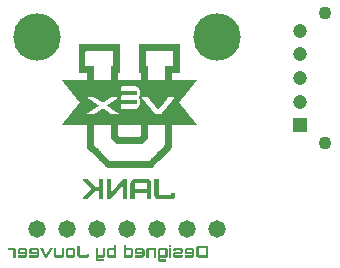
<source format=gbr>
G04*
G04 #@! TF.GenerationSoftware,Altium Limited,Altium Designer,23.1.1 (15)*
G04*
G04 Layer_Color=7058166*
%FSLAX44Y44*%
%MOMM*%
G71*
G04*
G04 #@! TF.SameCoordinates,7DEE206C-283F-43E0-9F98-1BFD9C08138E*
G04*
G04*
G04 #@! TF.FilePolarity,Negative*
G04*
G01*
G75*
%ADD13C,4.0132*%
%ADD14C,1.4732*%
%ADD15C,1.1000*%
%ADD16C,1.2000*%
%ADD17R,1.2000X1.2000*%
G36*
X65865Y182128D02*
X65753Y182066D01*
X65728Y181966D01*
X65716Y158299D01*
X65790Y158199D01*
X65890Y158174D01*
X66065Y158149D01*
X72745Y158124D01*
X72807Y158062D01*
X72832Y157962D01*
X72807Y157638D01*
X72819Y152092D01*
X72770Y151968D01*
X72695Y151893D01*
X72570Y151843D01*
X72321Y151818D01*
X72246Y151843D01*
X51919Y151831D01*
X51757Y151893D01*
X51583Y151868D01*
X51520Y151806D01*
X51495Y151706D01*
X51520Y151556D01*
X51658Y151419D01*
X51707Y151394D01*
X51795Y151307D01*
X51820Y151257D01*
X51882Y151195D01*
X51932Y151170D01*
X52019Y151083D01*
X52144Y150858D01*
X52268Y150734D01*
X52355Y150572D01*
X52405Y150547D01*
X52468Y150485D01*
X52492Y150435D01*
X52617Y150260D01*
X52704Y150198D01*
X52742Y150161D01*
X52767Y150111D01*
X52879Y149974D01*
X52991Y149861D01*
X53091Y149687D01*
X53190Y149587D01*
X53215Y149537D01*
X53340Y149363D01*
X53377Y149326D01*
X53427Y149301D01*
X53489Y149238D01*
X53514Y149188D01*
X53639Y149064D01*
X53664Y149014D01*
X53801Y148802D01*
X53851Y148777D01*
X53913Y148715D01*
X54038Y148490D01*
X54163Y148366D01*
X54187Y148316D01*
X54300Y148154D01*
X54349Y148129D01*
X54462Y148017D01*
X54487Y147967D01*
X54611Y147793D01*
X54636Y147743D01*
X54723Y147631D01*
X54773Y147606D01*
X54885Y147493D01*
X54985Y147319D01*
X55309Y146995D01*
X55334Y146945D01*
X55384Y146895D01*
X55484Y146721D01*
X55521Y146683D01*
X55558Y146671D01*
X55583Y146621D01*
X55683Y146447D01*
X55745Y146384D01*
X55795Y146359D01*
X55857Y146272D01*
X55970Y146160D01*
X56020Y146135D01*
X56057Y146098D01*
X56082Y146048D01*
X56182Y145873D01*
X56306Y145749D01*
X56331Y145699D01*
X56456Y145524D01*
X56493Y145487D01*
X56530Y145475D01*
X56555Y145425D01*
X56680Y145250D01*
X56717Y145213D01*
X56767Y145188D01*
X56805Y145150D01*
X56879Y145026D01*
X57029Y144876D01*
X57129Y144702D01*
X57166Y144639D01*
X57203Y144627D01*
X57228Y144577D01*
X57278Y144527D01*
X57303Y144477D01*
X57415Y144340D01*
X57503Y144253D01*
X57627Y144029D01*
X57777Y143879D01*
X57877Y143705D01*
X58200Y143381D01*
X58225Y143331D01*
X58350Y143156D01*
X58475Y143032D01*
X58549Y142907D01*
X58749Y142708D01*
X58774Y142658D01*
X58836Y142571D01*
X58886Y142546D01*
X58948Y142483D01*
X59073Y142259D01*
X59198Y142134D01*
X59297Y141960D01*
X59335Y141923D01*
X59384Y141898D01*
X59521Y141686D01*
X59584Y141623D01*
X59634Y141599D01*
X59671Y141561D01*
X59696Y141511D01*
X59808Y141374D01*
X59920Y141262D01*
X60020Y141088D01*
X60120Y140988D01*
X60145Y140938D01*
X60269Y140764D01*
X60332Y140701D01*
X60381Y140676D01*
X60419Y140639D01*
X60444Y140589D01*
X60568Y140414D01*
X60643Y140290D01*
X60780Y140153D01*
X60830Y140128D01*
X60942Y139941D01*
X60967Y139891D01*
X61117Y139741D01*
X61217Y139567D01*
X61565Y139218D01*
X61665Y139044D01*
X61815Y138894D01*
X61840Y138844D01*
X62002Y138607D01*
X62089Y138545D01*
X62114Y138495D01*
X62313Y138296D01*
X62413Y138121D01*
X62538Y137997D01*
X62637Y137822D01*
X62949Y137511D01*
X62986Y137498D01*
X63011Y137448D01*
X63111Y137274D01*
X63236Y137149D01*
X63260Y137099D01*
X63385Y136925D01*
X63460Y136850D01*
X63485Y136800D01*
X63622Y136588D01*
X63672Y136564D01*
X63734Y136501D01*
X63859Y136277D01*
X64208Y135928D01*
X64233Y135878D01*
X64357Y135703D01*
X64432Y135629D01*
X64532Y135454D01*
X64731Y135255D01*
X64756Y135205D01*
X64843Y135143D01*
X64931Y135056D01*
X64955Y135006D01*
X65080Y134831D01*
X65130Y134781D01*
X65155Y134731D01*
X65329Y134507D01*
X65404Y134432D01*
X65504Y134258D01*
X65591Y134195D01*
X65678Y134108D01*
X65703Y134058D01*
X65790Y133946D01*
X65840Y133921D01*
X65878Y133884D01*
X66002Y133660D01*
X66127Y133535D01*
X66227Y133361D01*
X66576Y133012D01*
X66600Y132912D01*
X66538Y132825D01*
X66488Y132800D01*
X66401Y132712D01*
X66301Y132538D01*
X66177Y132438D01*
X66152Y132388D01*
X66065Y132301D01*
X66015Y132276D01*
X65815Y131977D01*
X65728Y131890D01*
X65628Y131715D01*
X65454Y131541D01*
X65354Y131366D01*
X65255Y131267D01*
X65230Y131217D01*
X65093Y131080D01*
X65043Y131055D01*
X65005Y131017D01*
X64906Y130843D01*
X64781Y130718D01*
X64656Y130494D01*
X64594Y130432D01*
X64544Y130407D01*
X64370Y130133D01*
X64257Y130020D01*
X64233Y129971D01*
X64170Y129908D01*
X64120Y129883D01*
X64033Y129796D01*
X63933Y129622D01*
X63809Y129497D01*
X63709Y129323D01*
X63310Y128924D01*
X63211Y128749D01*
X63111Y128650D01*
X63086Y128600D01*
X62961Y128425D01*
X62912Y128375D01*
X62887Y128325D01*
X62837Y128276D01*
X62737Y128101D01*
X62675Y128039D01*
X62625Y128014D01*
X62562Y127952D01*
X62538Y127902D01*
X62338Y127702D01*
X62238Y127528D01*
X62139Y127428D01*
X62114Y127378D01*
X61989Y127204D01*
X61665Y126880D01*
X61590Y126680D01*
X61478Y126568D01*
X61428Y126543D01*
X61291Y126331D01*
X61142Y126182D01*
X61042Y126007D01*
X60693Y125658D01*
X60593Y125484D01*
X60419Y125309D01*
X60319Y125135D01*
X60170Y124985D01*
X60070Y124811D01*
X60020Y124761D01*
X59995Y124711D01*
X59933Y124649D01*
X59883Y124624D01*
X59771Y124512D01*
X59746Y124462D01*
X59646Y124288D01*
X59559Y124200D01*
X59521Y124188D01*
X59497Y124138D01*
X59447Y124088D01*
X59422Y124013D01*
X59310Y123876D01*
X59023Y123589D01*
X58998Y123540D01*
X58874Y123365D01*
X58799Y123291D01*
X58774Y123241D01*
X58649Y123066D01*
X58549Y122966D01*
X58524Y122917D01*
X58412Y122780D01*
X58275Y122667D01*
X58151Y122493D01*
X58076Y122418D01*
X57976Y122244D01*
X57877Y122144D01*
X57852Y122094D01*
X57752Y121945D01*
X57727Y121895D01*
X57640Y121807D01*
X57590Y121782D01*
X57503Y121695D01*
X57403Y121521D01*
X57353Y121471D01*
X57328Y121421D01*
X57104Y121197D01*
X57004Y121022D01*
X56879Y120898D01*
X56755Y120673D01*
X56717Y120636D01*
X56668Y120611D01*
X56530Y120474D01*
X56505Y120424D01*
X56418Y120362D01*
X56381Y120324D01*
X56281Y120150D01*
X56206Y120075D01*
X56182Y120025D01*
X56132Y119975D01*
X56057Y119851D01*
X55945Y119714D01*
X55907Y119676D01*
X55808Y119502D01*
X55695Y119390D01*
X55658Y119377D01*
X55633Y119327D01*
X55409Y119103D01*
X55309Y118928D01*
X55184Y118804D01*
X55085Y118629D01*
X54985Y118530D01*
X54960Y118480D01*
X54860Y118305D01*
X54686Y118131D01*
X54661Y118081D01*
X54624Y118019D01*
X54574Y117994D01*
X54524Y117944D01*
X54474Y117919D01*
X54437Y117882D01*
X54337Y117707D01*
X54212Y117582D01*
X54187Y117533D01*
X54125Y117470D01*
X54075Y117445D01*
X53988Y117358D01*
X53888Y117184D01*
X53764Y117059D01*
X53664Y116884D01*
X53489Y116710D01*
X53390Y116536D01*
X53290Y116436D01*
X53265Y116386D01*
X53215Y116336D01*
X53203Y116299D01*
X53153Y116274D01*
X53103Y116224D01*
X53066Y116212D01*
X53041Y116162D01*
X52904Y115950D01*
X52854Y115925D01*
X52742Y115738D01*
X52717Y115688D01*
X52517Y115489D01*
X52418Y115314D01*
X52318Y115215D01*
X52293Y115165D01*
X52181Y115052D01*
X52131Y115028D01*
X52069Y114965D01*
X51969Y114791D01*
X51844Y114666D01*
X51732Y114454D01*
X51682Y114429D01*
X51545Y114317D01*
X51495Y114192D01*
X51520Y114093D01*
X51583Y114031D01*
X51682Y114005D01*
X72682Y114018D01*
X72782Y113943D01*
X72807Y113843D01*
X72832Y94576D01*
X73006Y94352D01*
X76172Y91186D01*
X76272Y91011D01*
X76334Y90949D01*
X76384Y90924D01*
X76496Y90812D01*
X76521Y90762D01*
X76558Y90725D01*
X76608Y90700D01*
X76720Y90588D01*
X76745Y90538D01*
X76808Y90476D01*
X76858Y90451D01*
X76970Y90338D01*
X76995Y90289D01*
X77032Y90251D01*
X77082Y90226D01*
X77306Y90052D01*
X77368Y89990D01*
X77393Y89940D01*
X77518Y89765D01*
X77717Y89641D01*
X77842Y89516D01*
X77867Y89466D01*
X77992Y89292D01*
X78191Y89167D01*
X78341Y89017D01*
X78440Y88843D01*
X78478Y88806D01*
X78527Y88781D01*
X78702Y88656D01*
X78789Y88569D01*
X78814Y88519D01*
X78951Y88332D01*
X79001Y88307D01*
X79176Y88182D01*
X79288Y88070D01*
X79387Y87896D01*
X79425Y87858D01*
X79475Y87833D01*
X79587Y87721D01*
X79612Y87671D01*
X79674Y87609D01*
X79724Y87584D01*
X79836Y87472D01*
X79861Y87422D01*
X79923Y87360D01*
X79973Y87335D01*
X80085Y87223D01*
X80110Y87173D01*
X80621Y86662D01*
X80671Y86637D01*
X80783Y86525D01*
X80808Y86475D01*
X80871Y86413D01*
X80920Y86388D01*
X81033Y86276D01*
X81058Y86226D01*
X81120Y86163D01*
X81170Y86138D01*
X81282Y86026D01*
X81307Y85976D01*
X81344Y85939D01*
X81394Y85914D01*
X81506Y85802D01*
X81531Y85752D01*
X81593Y85690D01*
X81643Y85665D01*
X81755Y85553D01*
X81780Y85503D01*
X81818Y85465D01*
X81868Y85441D01*
X81980Y85328D01*
X82005Y85279D01*
X82067Y85216D01*
X82117Y85191D01*
X82229Y85079D01*
X82254Y85029D01*
X82316Y84967D01*
X82366Y84942D01*
X82478Y84830D01*
X82503Y84780D01*
X82541Y84743D01*
X82590Y84718D01*
X82703Y84606D01*
X82727Y84556D01*
X82790Y84493D01*
X82840Y84468D01*
X82952Y84356D01*
X82977Y84306D01*
X83014Y84269D01*
X83064Y84244D01*
X83176Y84132D01*
X83201Y84082D01*
X84049Y83235D01*
X84073Y83185D01*
X84186Y83048D01*
X84360Y82948D01*
X84423Y82861D01*
X84709Y82574D01*
X84759Y82549D01*
X84884Y82350D01*
X85058Y82225D01*
X85183Y82100D01*
X85220Y82088D01*
X85245Y82038D01*
X85382Y81851D01*
X85432Y81826D01*
X85569Y81689D01*
X85594Y81639D01*
X85631Y81602D01*
X85806Y81502D01*
X85931Y81353D01*
X86130Y81153D01*
X86180Y81128D01*
X86317Y80917D01*
X86354Y80879D01*
X86404Y80854D01*
X86516Y80742D01*
X86541Y80692D01*
X86579Y80655D01*
X86628Y80630D01*
X86765Y80493D01*
X86791Y80443D01*
X86878Y80356D01*
X86927Y80331D01*
X87052Y80181D01*
X87102Y80131D01*
X87152Y80106D01*
X87189Y80069D01*
X87214Y80019D01*
X87351Y79882D01*
X87401Y79857D01*
X87438Y79820D01*
X87464Y79770D01*
X87576Y79658D01*
X87626Y79633D01*
X87663Y79595D01*
X87688Y79546D01*
X87825Y79408D01*
X87875Y79384D01*
X87912Y79346D01*
X87937Y79296D01*
X88049Y79184D01*
X88099Y79159D01*
X88161Y79097D01*
X88186Y79047D01*
X88299Y78935D01*
X88348Y78910D01*
X88386Y78872D01*
X88411Y78823D01*
X88548Y78686D01*
X88598Y78661D01*
X88635Y78623D01*
X88660Y78573D01*
X88772Y78461D01*
X88822Y78436D01*
X88859Y78399D01*
X88884Y78349D01*
X89021Y78212D01*
X89071Y78187D01*
X89109Y78150D01*
X89134Y78100D01*
X89271Y77963D01*
X89320Y77938D01*
X89358Y77901D01*
X89383Y77851D01*
X89495Y77738D01*
X89545Y77713D01*
X89582Y77676D01*
X89607Y77626D01*
X89719Y77514D01*
X127469Y77502D01*
X127569Y77527D01*
X127719Y77651D01*
X129538Y79471D01*
X129563Y79521D01*
X129675Y79658D01*
X129725Y79683D01*
X129862Y79795D01*
X133128Y83060D01*
X133153Y83110D01*
X133265Y83247D01*
X133315Y83272D01*
X133452Y83384D01*
X136717Y86649D01*
X136742Y86699D01*
X136854Y86836D01*
X136904Y86861D01*
X137041Y86973D01*
X140306Y90239D01*
X140331Y90289D01*
X140443Y90426D01*
X140493Y90451D01*
X140630Y90563D01*
X143896Y93828D01*
X143920Y93878D01*
X144033Y94015D01*
X144082Y94040D01*
X144220Y94152D01*
X144357Y94289D01*
X144407Y94314D01*
X144494Y94476D01*
X144544Y94651D01*
X144556Y113482D01*
X144506Y113607D01*
X144469Y113719D01*
X144494Y113869D01*
X144556Y113931D01*
X144681Y113981D01*
X144855Y114005D01*
X165718Y113981D01*
X165768Y113956D01*
X165855Y114018D01*
X165830Y114118D01*
X165656Y114442D01*
X165481Y114616D01*
X165382Y114791D01*
X165033Y115140D01*
X164933Y115314D01*
X164734Y115514D01*
X164721Y115551D01*
X164671Y115576D01*
X164534Y115713D01*
X164435Y115887D01*
X164335Y115987D01*
X164310Y116037D01*
X164185Y116212D01*
X164061Y116336D01*
X163961Y116511D01*
X163874Y116573D01*
X163786Y116660D01*
X163762Y116710D01*
X163674Y116822D01*
X163624Y116847D01*
X163512Y117034D01*
X163487Y117084D01*
X163338Y117233D01*
X163238Y117408D01*
X163176Y117470D01*
X163138Y117483D01*
X163113Y117533D01*
X162989Y117707D01*
X162951Y117744D01*
X162902Y117769D01*
X162864Y117807D01*
X162839Y117857D01*
X162727Y117994D01*
X162615Y118106D01*
X162490Y118330D01*
X162391Y118430D01*
X162366Y118480D01*
X162253Y118617D01*
X162166Y118704D01*
X162141Y118754D01*
X162029Y118916D01*
X161979Y118941D01*
X161892Y119028D01*
X161867Y119078D01*
X161755Y119215D01*
X161643Y119327D01*
X161543Y119502D01*
X161443Y119601D01*
X161418Y119651D01*
X161294Y119826D01*
X161256Y119863D01*
X161207Y119888D01*
X161144Y119950D01*
X161119Y120000D01*
X160995Y120125D01*
X160970Y120175D01*
X160833Y120387D01*
X160783Y120412D01*
X160721Y120474D01*
X160596Y120698D01*
X160471Y120823D01*
X160372Y120997D01*
X160334Y121035D01*
X160284Y121060D01*
X160147Y121197D01*
X160122Y121247D01*
X159998Y121371D01*
X159898Y121546D01*
X159748Y121695D01*
X159649Y121870D01*
X159300Y122219D01*
X159275Y122268D01*
X159138Y122480D01*
X159100Y122493D01*
X159075Y122543D01*
X158976Y122692D01*
X158951Y122742D01*
X158889Y122804D01*
X158839Y122829D01*
X158664Y123104D01*
X158328Y123440D01*
X158228Y123615D01*
X158166Y123677D01*
X158116Y123702D01*
X158054Y123814D01*
X157979Y123939D01*
X157804Y124113D01*
X157779Y124163D01*
X157742Y124200D01*
X157692Y124225D01*
X157605Y124312D01*
X157505Y124487D01*
X157393Y124624D01*
X157355Y124661D01*
X157331Y124711D01*
X157219Y124848D01*
X157131Y124936D01*
X157031Y125110D01*
X156994Y125147D01*
X156944Y125172D01*
X156857Y125260D01*
X156832Y125309D01*
X156720Y125447D01*
X156633Y125534D01*
X156533Y125708D01*
X156433Y125808D01*
X156408Y125858D01*
X156284Y126032D01*
X156209Y126107D01*
X156184Y126157D01*
X156047Y126369D01*
X155997Y126394D01*
X155935Y126456D01*
X155910Y126506D01*
X155798Y126618D01*
X155748Y126643D01*
X155686Y126705D01*
X155561Y126930D01*
X155436Y127054D01*
X155337Y127229D01*
X155237Y127328D01*
X155212Y127378D01*
X155087Y127553D01*
X154713Y127927D01*
X154614Y128101D01*
X154514Y128201D01*
X154489Y128251D01*
X154365Y128425D01*
X154302Y128488D01*
X154252Y128512D01*
X154215Y128550D01*
X154190Y128600D01*
X154140Y128650D01*
X154115Y128699D01*
X154016Y128799D01*
X153916Y128974D01*
X153878Y129011D01*
X153828Y129036D01*
X153791Y129073D01*
X153766Y129123D01*
X153666Y129298D01*
X153542Y129422D01*
X153517Y129472D01*
X153392Y129647D01*
X153068Y129971D01*
X152969Y130145D01*
X152819Y130295D01*
X152794Y130344D01*
X152632Y130581D01*
X152545Y130668D01*
X152445Y130843D01*
X152408Y130880D01*
X152358Y130905D01*
X152320Y130943D01*
X152296Y130992D01*
X152096Y131192D01*
X151996Y131366D01*
X151847Y131516D01*
X151822Y131566D01*
X151697Y131740D01*
X151448Y131990D01*
X151423Y132039D01*
X151299Y132214D01*
X151124Y132388D01*
X151049Y132513D01*
X150962Y132600D01*
X150925Y132613D01*
X150900Y132663D01*
X150800Y132812D01*
X150775Y132912D01*
X150800Y133012D01*
X150900Y133186D01*
X151012Y133323D01*
X151299Y133610D01*
X151323Y133660D01*
X151448Y133834D01*
X151523Y133909D01*
X151548Y133959D01*
X151648Y134133D01*
X151710Y134195D01*
X151760Y134220D01*
X151859Y134370D01*
X152071Y134582D01*
X152146Y134706D01*
X152271Y134831D01*
X152296Y134881D01*
X152420Y135056D01*
X152520Y135155D01*
X152620Y135330D01*
X152744Y135454D01*
X152769Y135504D01*
X152881Y135641D01*
X152993Y135729D01*
X153019Y135778D01*
X153143Y135953D01*
X153243Y136053D01*
X153268Y136102D01*
X153380Y136239D01*
X153417Y136277D01*
X153442Y136327D01*
X153604Y136564D01*
X153716Y136676D01*
X153741Y136726D01*
X153828Y136838D01*
X153878Y136863D01*
X153966Y136925D01*
X153991Y136975D01*
X154115Y137149D01*
X154190Y137224D01*
X154290Y137399D01*
X154639Y137747D01*
X154663Y137797D01*
X154763Y137972D01*
X154888Y138071D01*
X155013Y138296D01*
X155162Y138445D01*
X155262Y138620D01*
X155386Y138744D01*
X155486Y138919D01*
X155573Y139006D01*
X155623Y139031D01*
X155686Y139118D01*
X155885Y139318D01*
X155985Y139492D01*
X156084Y139592D01*
X156109Y139642D01*
X156234Y139816D01*
X156533Y140115D01*
X156558Y140165D01*
X156720Y140402D01*
X156807Y140464D01*
X156832Y140514D01*
X156932Y140689D01*
X157306Y141063D01*
X157405Y141237D01*
X157530Y141362D01*
X157630Y141536D01*
X157879Y141785D01*
X157954Y141910D01*
X158116Y142122D01*
X158166Y142147D01*
X158228Y142209D01*
X158253Y142259D01*
X158378Y142434D01*
X158452Y142508D01*
X158477Y142558D01*
X158577Y142733D01*
X158751Y142907D01*
X158776Y142957D01*
X158839Y143044D01*
X158889Y143069D01*
X159001Y143181D01*
X159088Y143343D01*
X159138Y143368D01*
X159225Y143455D01*
X159325Y143630D01*
X159424Y143730D01*
X159449Y143779D01*
X159549Y143954D01*
X159586Y143991D01*
X159636Y144016D01*
X159773Y144153D01*
X159798Y144203D01*
X159836Y144241D01*
X159886Y144266D01*
X159923Y144303D01*
X159948Y144353D01*
X160072Y144527D01*
X160122Y144577D01*
X160147Y144627D01*
X160272Y144802D01*
X160297Y144851D01*
X160646Y145200D01*
X160746Y145375D01*
X160895Y145524D01*
X160920Y145574D01*
X161045Y145749D01*
X161144Y145848D01*
X161169Y145898D01*
X161406Y146210D01*
X161456Y146235D01*
X161568Y146347D01*
X161593Y146397D01*
X161693Y146571D01*
X161755Y146634D01*
X161805Y146658D01*
X161842Y146696D01*
X161967Y146920D01*
X162092Y147045D01*
X162191Y147219D01*
X162540Y147568D01*
X162565Y147618D01*
X162690Y147793D01*
X162814Y147917D01*
X162914Y148092D01*
X163088Y148266D01*
X163113Y148316D01*
X163201Y148378D01*
X163263Y148441D01*
X163363Y148615D01*
X163462Y148715D01*
X163487Y148765D01*
X163649Y149002D01*
X163786Y149139D01*
X163886Y149313D01*
X164235Y149662D01*
X164335Y149837D01*
X164459Y149961D01*
X164584Y150185D01*
X164671Y150248D01*
X164808Y150385D01*
X164833Y150435D01*
X164921Y150497D01*
X164958Y150534D01*
X165058Y150709D01*
X165132Y150784D01*
X165157Y150834D01*
X165207Y150883D01*
X165307Y151058D01*
X165431Y151182D01*
X165531Y151357D01*
X165618Y151444D01*
X165668Y151469D01*
X165731Y151531D01*
X165756Y151581D01*
X165855Y151806D01*
X165793Y151868D01*
X165693Y151893D01*
X165444Y151868D01*
X165369Y151843D01*
X165270Y151818D01*
X164871Y151843D01*
X144793Y151831D01*
X144693Y151855D01*
X144606Y151918D01*
X144569Y151955D01*
X144544Y152055D01*
X144531Y158000D01*
X144569Y158087D01*
X144706Y158149D01*
X144955Y158174D01*
X145030Y158149D01*
X151436Y158174D01*
X151548Y158261D01*
X151573Y158361D01*
X151598Y158735D01*
X151573Y158810D01*
X151585Y161863D01*
X151560Y162013D01*
X151548Y162175D01*
X151573Y162250D01*
X151598Y162499D01*
X151573Y162972D01*
X151548Y163047D01*
X151585Y163284D01*
X151598Y163795D01*
X151573Y163870D01*
X151548Y164044D01*
X151573Y164219D01*
X151598Y164318D01*
X151573Y164867D01*
X151548Y164942D01*
X151573Y165191D01*
X151598Y165266D01*
Y165440D01*
Y165465D01*
X151573Y166013D01*
X151585Y169042D01*
X151560Y169191D01*
X151548Y169353D01*
X151573Y169428D01*
X151598Y169678D01*
X151573Y170151D01*
X151548Y170226D01*
X151585Y170463D01*
X151598Y170974D01*
X151573Y171048D01*
X151548Y171223D01*
X151573Y171397D01*
X151598Y171497D01*
X151573Y172045D01*
X151548Y172120D01*
X151573Y172369D01*
X151598Y172444D01*
X151573Y173591D01*
X151585Y176719D01*
X151560Y176844D01*
X151548Y177031D01*
X151573Y177105D01*
X151598Y177280D01*
X151573Y177803D01*
X151548Y177878D01*
X151585Y178115D01*
X151598Y178626D01*
X151573Y178701D01*
X151548Y178875D01*
X151573Y179050D01*
X151598Y179149D01*
X151573Y179723D01*
X151548Y179797D01*
X151585Y180059D01*
X151598Y180271D01*
X151573Y180346D01*
X151585Y181455D01*
X151573Y181717D01*
X151598Y181791D01*
X151573Y182066D01*
X151510Y182128D01*
X151336Y182153D01*
X151161Y182128D01*
X150551Y182140D01*
X150401Y182115D01*
X150140Y182103D01*
X150065Y182128D01*
X149928Y182140D01*
X149691Y182128D01*
X149616Y182153D01*
X149541Y182128D01*
X149292Y182103D01*
X149030Y182140D01*
X148968Y182153D01*
X148893Y182128D01*
X148656Y182140D01*
X148320Y182103D01*
X147983Y182140D01*
X143484Y182128D01*
X143410Y182153D01*
X143310Y182128D01*
X143061Y182103D01*
X142799Y182140D01*
X142761Y182153D01*
X142687Y182128D01*
X142425Y182140D01*
X142275Y182115D01*
X142014Y182103D01*
X141939Y182128D01*
X141777Y182140D01*
X141540Y182128D01*
X141490Y182153D01*
X141416Y182128D01*
X141091Y182103D01*
X140992Y182128D01*
X140805Y182140D01*
X136306Y182128D01*
X136231Y182153D01*
X136131Y182128D01*
X135882Y182103D01*
X135620Y182140D01*
X135583Y182153D01*
X135508Y182128D01*
X135246Y182140D01*
X135097Y182115D01*
X134835Y182103D01*
X134760Y182128D01*
X134598Y182140D01*
X134361Y182128D01*
X134312Y182153D01*
X134237Y182128D01*
X133913Y182103D01*
X133813Y182128D01*
X133626Y182140D01*
X129127Y182128D01*
X129052Y182153D01*
X128953Y182128D01*
X128703Y182103D01*
X128442Y182140D01*
X128404Y182153D01*
X128329Y182128D01*
X128068Y182140D01*
X127918Y182115D01*
X127656Y182103D01*
X127582Y182128D01*
X127420Y182140D01*
X127183Y182128D01*
X127133Y182153D01*
X127058Y182128D01*
X126734Y182103D01*
X126634Y182128D01*
X126447Y182140D01*
X121948Y182128D01*
X121874Y182153D01*
X121774Y182128D01*
X121525Y182103D01*
X121263Y182140D01*
X121226Y182153D01*
X121151Y182128D01*
X120889Y182140D01*
X120739Y182115D01*
X120478Y182103D01*
X120403Y182128D01*
X120241Y182140D01*
X120004Y182128D01*
X119954Y182153D01*
X119880Y182128D01*
X119556Y182103D01*
X119456Y182128D01*
X119269Y182140D01*
X117100Y182115D01*
X117025Y182066D01*
X117001Y181966D01*
X116976Y158660D01*
X116926Y158536D01*
X116951Y158336D01*
X117088Y158199D01*
X117287Y158149D01*
X118421Y158162D01*
X118546Y158137D01*
X118671Y158062D01*
X118695Y157887D01*
X118671Y157813D01*
X118646Y151955D01*
X118558Y151868D01*
X118359Y151818D01*
X118035Y151843D01*
X98830Y151831D01*
X98742Y151893D01*
X98605Y152030D01*
X98580Y152130D01*
X98605Y152329D01*
X98655Y152454D01*
X98680Y152703D01*
X98655Y152778D01*
X98680Y152952D01*
X98605Y153226D01*
X98630Y153401D01*
X98655Y153476D01*
X98680Y153575D01*
X98668Y153787D01*
X98680Y153949D01*
X98655Y154024D01*
X98605Y154199D01*
X98630Y154348D01*
X98655Y154423D01*
X98680Y154523D01*
X98655Y154921D01*
X98668Y157750D01*
X98655Y158037D01*
X98717Y158124D01*
X98892Y158174D01*
X99066Y158149D01*
X100263Y158174D01*
X100325Y158237D01*
X100350Y158336D01*
X100338Y158623D01*
X100350Y181592D01*
X100325Y181667D01*
X100350Y181766D01*
X100325Y182016D01*
X100263Y182078D01*
X100063Y182128D01*
X99353Y182140D01*
X99204Y182115D01*
X98942Y182103D01*
X98867Y182128D01*
X98705Y182140D01*
X98468Y182128D01*
X98418Y182153D01*
X98344Y182128D01*
X98020Y182103D01*
X97920Y182128D01*
X97733Y182140D01*
X93234Y182128D01*
X93159Y182153D01*
X93059Y182128D01*
X92810Y182103D01*
X92548Y182140D01*
X92511Y182153D01*
X92436Y182128D01*
X92174Y182140D01*
X92025Y182115D01*
X91763Y182103D01*
X91688Y182128D01*
X91526Y182140D01*
X91290Y182128D01*
X91240Y182153D01*
X91165Y182128D01*
X90841Y182103D01*
X90741Y182128D01*
X90554Y182140D01*
X86055Y182128D01*
X85980Y182153D01*
X85881Y182128D01*
X85631Y182103D01*
X85370Y182140D01*
X85332Y182153D01*
X85258Y182128D01*
X84996Y182140D01*
X84846Y182115D01*
X84585Y182103D01*
X84510Y182128D01*
X84348Y182140D01*
X84111Y182128D01*
X84061Y182153D01*
X83986Y182128D01*
X83662Y182103D01*
X83562Y182128D01*
X83376Y182140D01*
X78877Y182128D01*
X78802Y182153D01*
X78702Y182128D01*
X78453Y182103D01*
X78191Y182140D01*
X78154Y182153D01*
X78079Y182128D01*
X77817Y182140D01*
X77668Y182115D01*
X77406Y182103D01*
X77331Y182128D01*
X77169Y182140D01*
X76932Y182128D01*
X76882Y182153D01*
X76808Y182128D01*
X76484Y182103D01*
X76384Y182128D01*
X76197Y182140D01*
X71698Y182128D01*
X71623Y182153D01*
X71523Y182128D01*
X71274Y182103D01*
X71012Y182140D01*
X70975Y182153D01*
X70900Y182128D01*
X70638Y182140D01*
X70489Y182115D01*
X70227Y182103D01*
X70152Y182128D01*
X69990Y182140D01*
X69754Y182128D01*
X69704Y182153D01*
X69629Y182128D01*
X69305Y182103D01*
X69205Y182128D01*
X69018Y182140D01*
X65965Y182128D01*
X65940Y182153D01*
X65865Y182128D01*
D02*
G37*
G36*
X86576Y50802D02*
X83064D01*
Y57763D01*
X79298D01*
X73458Y50802D01*
X69713D01*
Y51902D01*
X76124Y59540D01*
X69713Y67157D01*
Y68278D01*
X73458D01*
X79298Y61317D01*
X83064D01*
Y68278D01*
X86576D01*
Y50802D01*
D02*
G37*
G36*
X106804D02*
X103313D01*
Y63031D01*
X93030Y50802D01*
X89327D01*
Y68278D01*
X92860D01*
Y56091D01*
X103101Y68278D01*
X106804D01*
Y50802D01*
D02*
G37*
G36*
X133400Y54462D02*
Y54399D01*
Y54377D01*
X133421Y54335D01*
X133463Y54314D01*
X143788D01*
X143809Y54335D01*
X143852Y54420D01*
Y54441D01*
Y54462D01*
Y56409D01*
X147343D01*
Y54293D01*
X147322Y53933D01*
X147279Y53616D01*
X147195Y53298D01*
X147110Y53044D01*
X147025Y52812D01*
X146941Y52664D01*
X146898Y52558D01*
X146877Y52516D01*
X146687Y52240D01*
X146475Y51986D01*
X146264Y51775D01*
X146052Y51606D01*
X145883Y51458D01*
X145735Y51352D01*
X145650Y51288D01*
X145608Y51267D01*
X145312Y51119D01*
X144994Y50992D01*
X144698Y50908D01*
X144444Y50865D01*
X144190Y50823D01*
X144021Y50802D01*
X133357D01*
X132998Y50823D01*
X132680Y50865D01*
X132363Y50950D01*
X132109Y51034D01*
X131897Y51119D01*
X131728Y51204D01*
X131643Y51246D01*
X131601Y51267D01*
X131326Y51458D01*
X131072Y51669D01*
X130861Y51860D01*
X130670Y52071D01*
X130522Y52240D01*
X130416Y52389D01*
X130353Y52473D01*
X130332Y52516D01*
X130162Y52833D01*
X130057Y53129D01*
X129972Y53425D01*
X129909Y53700D01*
X129866Y53933D01*
X129845Y54124D01*
Y54250D01*
Y54293D01*
Y68278D01*
X133378D01*
X133400Y54462D01*
D02*
G37*
G36*
X123942Y68257D02*
X124259Y68194D01*
X124556Y68130D01*
X124831Y68046D01*
X125042Y67940D01*
X125190Y67876D01*
X125296Y67813D01*
X125338Y67792D01*
X125613Y67601D01*
X125867Y67411D01*
X126079Y67199D01*
X126269Y66988D01*
X126417Y66818D01*
X126523Y66670D01*
X126587Y66586D01*
X126608Y66543D01*
X126756Y66247D01*
X126883Y65930D01*
X126967Y65655D01*
X127010Y65380D01*
X127052Y65147D01*
X127073Y64956D01*
Y64830D01*
Y64808D01*
Y64787D01*
Y50802D01*
X123582D01*
Y56557D01*
X113109D01*
X113130Y50802D01*
X109575D01*
Y64787D01*
X109597Y65147D01*
X109660Y65464D01*
X109724Y65782D01*
X109808Y66036D01*
X109914Y66247D01*
X109978Y66416D01*
X110041Y66501D01*
X110062Y66543D01*
X110253Y66818D01*
X110464Y67072D01*
X110676Y67284D01*
X110887Y67453D01*
X111078Y67601D01*
X111226Y67707D01*
X111310Y67771D01*
X111353Y67792D01*
X111649Y67961D01*
X111966Y68067D01*
X112241Y68151D01*
X112516Y68215D01*
X112749Y68257D01*
X112940Y68278D01*
X123582D01*
X123942Y68257D01*
D02*
G37*
G36*
X144194Y10295D02*
X142182D01*
Y12319D01*
X144194D01*
Y10295D01*
D02*
G37*
G36*
X39254Y1419D02*
X37477D01*
X32934Y9628D01*
X35255D01*
X38365Y3937D01*
X41452Y9628D01*
X43772D01*
X39254Y1419D01*
D02*
G37*
G36*
X88385Y3406D02*
X88373Y3209D01*
X88348Y3024D01*
X88299Y2863D01*
X88249Y2703D01*
X88212Y2579D01*
X88163Y2493D01*
X88138Y2431D01*
X88126Y2406D01*
X88015Y2246D01*
X87891Y2098D01*
X87780Y1974D01*
X87657Y1876D01*
X87558Y1789D01*
X87471Y1727D01*
X87422Y1690D01*
X87397Y1678D01*
X87212Y1592D01*
X87039Y1530D01*
X86867Y1481D01*
X86706Y1456D01*
X86570Y1431D01*
X86472Y1419D01*
X82052D01*
Y542D01*
X82065Y493D01*
X82077Y481D01*
X82114Y456D01*
X87052D01*
X87039Y-1581D01*
X82040Y-1568D01*
X81842Y-1556D01*
X81645Y-1531D01*
X81472Y-1482D01*
X81324Y-1433D01*
X81201Y-1383D01*
X81102Y-1334D01*
X81052Y-1309D01*
X81028Y-1297D01*
X80867Y-1186D01*
X80719Y-1075D01*
X80596Y-951D01*
X80497Y-840D01*
X80410Y-741D01*
X80349Y-655D01*
X80312Y-606D01*
X80299Y-581D01*
X80213Y-408D01*
X80139Y-235D01*
X80102Y-63D01*
X80065Y98D01*
X80052Y234D01*
X80040Y333D01*
Y407D01*
Y431D01*
Y9603D01*
X82052D01*
Y3505D01*
X82065Y3456D01*
X82077Y3443D01*
X82114Y3431D01*
X86286D01*
X86336Y3443D01*
X86360D01*
X86373Y3480D01*
Y3505D01*
Y9603D01*
X88385D01*
Y3406D01*
D02*
G37*
G36*
X53179D02*
X53166Y3209D01*
X53142Y3024D01*
X53092Y2863D01*
X53043Y2715D01*
X52993Y2592D01*
X52944Y2493D01*
X52920Y2444D01*
X52907Y2419D01*
X52796Y2258D01*
X52685Y2110D01*
X52561Y1987D01*
X52450Y1888D01*
X52352Y1802D01*
X52265Y1740D01*
X52216Y1703D01*
X52191Y1690D01*
X52018Y1604D01*
X51845Y1530D01*
X51673Y1481D01*
X51512Y1456D01*
X51376Y1431D01*
X51278Y1419D01*
X46834D01*
X46636Y1431D01*
X46439Y1456D01*
X46278Y1505D01*
X46130Y1555D01*
X46007Y1604D01*
X45908Y1653D01*
X45858Y1678D01*
X45834Y1690D01*
X45673Y1802D01*
X45525Y1925D01*
X45402Y2036D01*
X45303Y2159D01*
X45216Y2258D01*
X45155Y2345D01*
X45118Y2394D01*
X45105Y2419D01*
X45007Y2592D01*
X44945Y2764D01*
X44896Y2937D01*
X44871Y3085D01*
X44859Y3209D01*
X44846Y3320D01*
Y3382D01*
Y3406D01*
X44822Y9628D01*
X46858D01*
Y3505D01*
X46871Y3456D01*
X46883Y3443D01*
X46895Y3431D01*
X51080D01*
X51129Y3443D01*
X51142D01*
X51167Y3480D01*
Y3505D01*
Y9628D01*
X53179D01*
Y3406D01*
D02*
G37*
G36*
X175475Y1419D02*
X167327D01*
X167118Y1431D01*
X166932Y1456D01*
X166747Y1505D01*
X166599Y1555D01*
X166476Y1604D01*
X166377Y1653D01*
X166327Y1678D01*
X166303Y1690D01*
X166130Y1802D01*
X165982Y1925D01*
X165858Y2036D01*
X165747Y2159D01*
X165661Y2258D01*
X165599Y2345D01*
X165562Y2394D01*
X165550Y2419D01*
X165451Y2604D01*
X165389Y2777D01*
X165340Y2950D01*
X165303Y3110D01*
X165278Y3246D01*
X165266Y3357D01*
Y3431D01*
Y3456D01*
Y9578D01*
X165278Y9788D01*
X165315Y9973D01*
X165352Y10159D01*
X165402Y10307D01*
X165463Y10430D01*
X165500Y10529D01*
X165537Y10578D01*
X165550Y10603D01*
X165661Y10764D01*
X165784Y10912D01*
X165908Y11035D01*
X166031Y11134D01*
X166142Y11220D01*
X166229Y11282D01*
X166278Y11319D01*
X166303Y11331D01*
X166476Y11430D01*
X166661Y11492D01*
X166821Y11541D01*
X166982Y11578D01*
X167118Y11603D01*
X167229Y11615D01*
X175475D01*
Y1419D01*
D02*
G37*
G36*
X161945Y9616D02*
X162130Y9591D01*
X162303Y9542D01*
X162451Y9492D01*
X162575Y9443D01*
X162661Y9393D01*
X162723Y9369D01*
X162748Y9356D01*
X162908Y9245D01*
X163044Y9134D01*
X163167Y9011D01*
X163278Y8887D01*
X163365Y8788D01*
X163426Y8702D01*
X163464Y8653D01*
X163476Y8628D01*
X163562Y8455D01*
X163636Y8282D01*
X163686Y8109D01*
X163710Y7961D01*
X163735Y7826D01*
X163748Y7714D01*
Y7653D01*
Y7640D01*
Y7628D01*
Y3406D01*
X163735Y3209D01*
X163710Y3024D01*
X163661Y2863D01*
X163612Y2715D01*
X163562Y2592D01*
X163513Y2493D01*
X163488Y2444D01*
X163476Y2419D01*
X163365Y2258D01*
X163241Y2110D01*
X163118Y1987D01*
X163007Y1888D01*
X162908Y1802D01*
X162822Y1740D01*
X162772Y1703D01*
X162748Y1690D01*
X162575Y1604D01*
X162402Y1530D01*
X162229Y1481D01*
X162081Y1456D01*
X161945Y1431D01*
X161834Y1419D01*
X155415D01*
X155403Y3431D01*
X161649D01*
X161698Y3443D01*
X161711D01*
X161735Y3480D01*
Y3505D01*
Y4505D01*
X155403Y4517D01*
X155415Y7628D01*
X155427Y7826D01*
X155452Y8011D01*
X155501Y8184D01*
X155538Y8332D01*
X155588Y8455D01*
X155637Y8554D01*
X155662Y8603D01*
X155674Y8628D01*
X155773Y8788D01*
X155896Y8937D01*
X156020Y9060D01*
X156131Y9171D01*
X156230Y9245D01*
X156316Y9307D01*
X156365Y9344D01*
X156390Y9356D01*
X156563Y9443D01*
X156748Y9517D01*
X156909Y9566D01*
X157069Y9591D01*
X157205Y9616D01*
X157316Y9628D01*
X161748D01*
X161945Y9616D01*
D02*
G37*
G36*
X152181D02*
X152366Y9591D01*
X152526Y9542D01*
X152675Y9492D01*
X152798Y9443D01*
X152897Y9393D01*
X152946Y9369D01*
X152971Y9356D01*
X153131Y9245D01*
X153279Y9134D01*
X153403Y9011D01*
X153502Y8887D01*
X153588Y8788D01*
X153650Y8702D01*
X153687Y8653D01*
X153699Y8628D01*
X153785Y8455D01*
X153860Y8282D01*
X153909Y8109D01*
X153934Y7961D01*
X153958Y7826D01*
X153971Y7714D01*
Y7653D01*
Y7640D01*
Y7628D01*
Y6517D01*
X153958Y6320D01*
X153934Y6134D01*
X153884Y5962D01*
X153835Y5814D01*
X153785Y5690D01*
X153736Y5604D01*
X153712Y5542D01*
X153699Y5517D01*
X153588Y5357D01*
X153465Y5209D01*
X153354Y5085D01*
X153230Y4986D01*
X153131Y4900D01*
X153045Y4838D01*
X152996Y4801D01*
X152971Y4789D01*
X152798Y4703D01*
X152625Y4628D01*
X152452Y4579D01*
X152304Y4542D01*
X152181Y4530D01*
X152070Y4517D01*
X152008Y4505D01*
X147712D01*
X147687Y4493D01*
X147675Y4480D01*
X147650Y4443D01*
Y4431D01*
Y3505D01*
X147663Y3456D01*
X147675Y3443D01*
X147712Y3431D01*
X151872D01*
X151922Y3443D01*
X151946D01*
X151959Y3480D01*
Y3505D01*
Y3777D01*
X153971D01*
Y3406D01*
X153958Y3209D01*
X153934Y3024D01*
X153884Y2863D01*
X153835Y2715D01*
X153785Y2592D01*
X153736Y2493D01*
X153712Y2444D01*
X153699Y2419D01*
X153588Y2258D01*
X153465Y2110D01*
X153354Y1987D01*
X153230Y1888D01*
X153131Y1802D01*
X153045Y1740D01*
X152996Y1703D01*
X152971Y1690D01*
X152798Y1604D01*
X152625Y1530D01*
X152452Y1481D01*
X152304Y1456D01*
X152181Y1431D01*
X152070Y1419D01*
X147638D01*
X147428Y1431D01*
X147243Y1456D01*
X147070Y1505D01*
X146922Y1555D01*
X146799Y1604D01*
X146700Y1653D01*
X146650Y1678D01*
X146626Y1690D01*
X146465Y1802D01*
X146329Y1925D01*
X146194Y2036D01*
X146095Y2159D01*
X146009Y2258D01*
X145947Y2345D01*
X145910Y2394D01*
X145898Y2419D01*
X145799Y2592D01*
X145737Y2764D01*
X145688Y2937D01*
X145651Y3085D01*
X145638Y3209D01*
X145626Y3320D01*
Y3382D01*
Y3406D01*
Y4530D01*
X145638Y4727D01*
X145663Y4912D01*
X145700Y5085D01*
X145762Y5233D01*
X145811Y5357D01*
X145848Y5455D01*
X145885Y5505D01*
X145898Y5530D01*
X146009Y5690D01*
X146132Y5838D01*
X146256Y5962D01*
X146367Y6060D01*
X146465Y6147D01*
X146552Y6209D01*
X146601Y6245D01*
X146626Y6258D01*
X146799Y6344D01*
X146971Y6418D01*
X147144Y6468D01*
X147292Y6505D01*
X147441Y6529D01*
X147539Y6542D01*
X151922D01*
X151946Y6554D01*
X151959Y6604D01*
Y6616D01*
Y7529D01*
Y7566D01*
X151946Y7579D01*
Y7591D01*
X151897Y7616D01*
X147737D01*
X147687Y7603D01*
X147675Y7591D01*
X147663Y7579D01*
X147650Y7554D01*
Y7542D01*
Y7529D01*
Y7270D01*
X145614D01*
X145626Y7628D01*
X145638Y7826D01*
X145663Y8011D01*
X145700Y8184D01*
X145762Y8332D01*
X145811Y8455D01*
X145848Y8554D01*
X145885Y8603D01*
X145898Y8628D01*
X146009Y8788D01*
X146132Y8937D01*
X146256Y9060D01*
X146367Y9159D01*
X146465Y9245D01*
X146552Y9307D01*
X146601Y9344D01*
X146626Y9356D01*
X146799Y9443D01*
X146971Y9517D01*
X147144Y9566D01*
X147292Y9591D01*
X147441Y9616D01*
X147539Y9628D01*
X151983D01*
X152181Y9616D01*
D02*
G37*
G36*
X144194Y1419D02*
X142182D01*
Y9628D01*
X144194D01*
Y1419D01*
D02*
G37*
G36*
X131282D02*
X129257D01*
Y7529D01*
Y7566D01*
X129245Y7579D01*
X129233Y7591D01*
X129195Y7616D01*
X125035D01*
X124986Y7603D01*
X124974Y7591D01*
X124961Y7579D01*
X124949Y7554D01*
Y7542D01*
Y7529D01*
Y1419D01*
X122924D01*
X122937Y7628D01*
X122949Y7826D01*
X122974Y8011D01*
X123011Y8184D01*
X123073Y8332D01*
X123122Y8455D01*
X123159Y8554D01*
X123196Y8603D01*
X123209Y8628D01*
X123320Y8788D01*
X123431Y8937D01*
X123554Y9060D01*
X123678Y9159D01*
X123776Y9245D01*
X123863Y9307D01*
X123912Y9344D01*
X123937Y9356D01*
X124110Y9443D01*
X124282Y9517D01*
X124455Y9566D01*
X124603Y9591D01*
X124739Y9616D01*
X124850Y9628D01*
X131282D01*
Y1419D01*
D02*
G37*
G36*
X119653Y9616D02*
X119838Y9591D01*
X120011Y9542D01*
X120159Y9492D01*
X120283Y9443D01*
X120369Y9393D01*
X120431Y9369D01*
X120456Y9356D01*
X120616Y9245D01*
X120752Y9134D01*
X120875Y9011D01*
X120986Y8887D01*
X121073Y8788D01*
X121135Y8702D01*
X121172Y8653D01*
X121184Y8628D01*
X121270Y8455D01*
X121344Y8282D01*
X121394Y8109D01*
X121419Y7961D01*
X121443Y7826D01*
X121456Y7714D01*
Y7653D01*
Y7640D01*
Y7628D01*
Y3406D01*
X121443Y3209D01*
X121419Y3024D01*
X121369Y2863D01*
X121320Y2715D01*
X121270Y2592D01*
X121221Y2493D01*
X121196Y2444D01*
X121184Y2419D01*
X121073Y2258D01*
X120949Y2110D01*
X120826Y1987D01*
X120715Y1888D01*
X120616Y1802D01*
X120530Y1740D01*
X120480Y1703D01*
X120456Y1690D01*
X120283Y1604D01*
X120110Y1530D01*
X119937Y1481D01*
X119789Y1456D01*
X119653Y1431D01*
X119542Y1419D01*
X113123D01*
X113111Y3431D01*
X119357D01*
X119406Y3443D01*
X119419D01*
X119443Y3480D01*
Y3505D01*
Y4505D01*
X113111Y4517D01*
X113123Y7628D01*
X113135Y7826D01*
X113160Y8011D01*
X113209Y8184D01*
X113246Y8332D01*
X113296Y8455D01*
X113345Y8554D01*
X113370Y8603D01*
X113382Y8628D01*
X113481Y8788D01*
X113604Y8937D01*
X113728Y9060D01*
X113839Y9171D01*
X113938Y9245D01*
X114024Y9307D01*
X114074Y9344D01*
X114098Y9356D01*
X114271Y9443D01*
X114456Y9517D01*
X114617Y9566D01*
X114777Y9591D01*
X114913Y9616D01*
X115024Y9628D01*
X119456D01*
X119653Y9616D01*
D02*
G37*
G36*
X105704Y9628D02*
X110025D01*
X110234Y9616D01*
X110420Y9591D01*
X110592Y9542D01*
X110753Y9492D01*
X110876Y9443D01*
X110963Y9393D01*
X111025Y9369D01*
X111049Y9356D01*
X111210Y9245D01*
X111346Y9134D01*
X111469Y9011D01*
X111568Y8887D01*
X111654Y8788D01*
X111716Y8702D01*
X111753Y8653D01*
X111765Y8628D01*
X111852Y8455D01*
X111926Y8282D01*
X111975Y8109D01*
X112000Y7961D01*
X112024Y7826D01*
X112037Y7714D01*
Y7653D01*
Y7640D01*
Y7628D01*
Y3406D01*
X112024Y3209D01*
X112000Y3024D01*
X111950Y2863D01*
X111901Y2703D01*
X111852Y2579D01*
X111802Y2493D01*
X111778Y2431D01*
X111765Y2406D01*
X111654Y2246D01*
X111543Y2098D01*
X111420Y1974D01*
X111308Y1876D01*
X111210Y1789D01*
X111123Y1727D01*
X111074Y1690D01*
X111049Y1678D01*
X110876Y1592D01*
X110691Y1530D01*
X110518Y1481D01*
X110370Y1456D01*
X110222Y1431D01*
X110123Y1419D01*
X103692D01*
X103680Y12319D01*
X105704D01*
Y9628D01*
D02*
G37*
G36*
X97680Y1419D02*
X91335D01*
X91138Y1431D01*
X90953Y1456D01*
X90780Y1505D01*
X90632Y1555D01*
X90508Y1604D01*
X90409Y1653D01*
X90360Y1678D01*
X90335Y1690D01*
X90175Y1802D01*
X90027Y1925D01*
X89903Y2036D01*
X89804Y2159D01*
X89718Y2258D01*
X89656Y2345D01*
X89619Y2394D01*
X89607Y2419D01*
X89508Y2592D01*
X89446Y2764D01*
X89397Y2937D01*
X89360Y3085D01*
X89348Y3209D01*
X89335Y3320D01*
Y3382D01*
Y3406D01*
Y7628D01*
X89348Y7826D01*
X89373Y8011D01*
X89410Y8184D01*
X89471Y8332D01*
X89521Y8455D01*
X89558Y8554D01*
X89595Y8603D01*
X89607Y8628D01*
X89718Y8788D01*
X89829Y8937D01*
X89953Y9060D01*
X90076Y9159D01*
X90175Y9245D01*
X90261Y9307D01*
X90311Y9344D01*
X90335Y9356D01*
X90508Y9443D01*
X90681Y9517D01*
X90854Y9566D01*
X91002Y9591D01*
X91138Y9616D01*
X91249Y9628D01*
X95656D01*
Y12319D01*
X97680D01*
Y1419D01*
D02*
G37*
G36*
X66609Y3555D02*
Y3517D01*
Y3505D01*
X66622Y3480D01*
X66646Y3468D01*
X72670D01*
X72683Y3480D01*
X72708Y3530D01*
Y3542D01*
Y3555D01*
Y4690D01*
X74744D01*
Y3456D01*
X74732Y3246D01*
X74707Y3061D01*
X74658Y2876D01*
X74609Y2727D01*
X74559Y2592D01*
X74510Y2505D01*
X74485Y2444D01*
X74473Y2419D01*
X74362Y2258D01*
X74238Y2110D01*
X74115Y1987D01*
X73991Y1888D01*
X73893Y1802D01*
X73806Y1740D01*
X73757Y1703D01*
X73732Y1690D01*
X73559Y1604D01*
X73374Y1530D01*
X73201Y1481D01*
X73053Y1456D01*
X72905Y1431D01*
X72806Y1419D01*
X66585D01*
X66375Y1431D01*
X66190Y1456D01*
X66005Y1505D01*
X65856Y1555D01*
X65733Y1604D01*
X65634Y1653D01*
X65585Y1678D01*
X65560Y1690D01*
X65400Y1802D01*
X65251Y1925D01*
X65128Y2036D01*
X65017Y2159D01*
X64931Y2258D01*
X64869Y2345D01*
X64832Y2394D01*
X64819Y2419D01*
X64721Y2604D01*
X64659Y2777D01*
X64610Y2950D01*
X64573Y3110D01*
X64548Y3246D01*
X64535Y3357D01*
Y3431D01*
Y3456D01*
Y11615D01*
X66597D01*
X66609Y3555D01*
D02*
G37*
G36*
X61215Y9616D02*
X61400Y9591D01*
X61573Y9542D01*
X61721Y9492D01*
X61845Y9443D01*
X61931Y9393D01*
X61993Y9369D01*
X62017Y9356D01*
X62178Y9245D01*
X62313Y9134D01*
X62437Y9011D01*
X62548Y8887D01*
X62635Y8788D01*
X62696Y8702D01*
X62733Y8653D01*
X62746Y8628D01*
X62832Y8455D01*
X62906Y8282D01*
X62955Y8109D01*
X62980Y7961D01*
X63005Y7826D01*
X63017Y7714D01*
Y7653D01*
Y7640D01*
Y7628D01*
Y3406D01*
X63005Y3209D01*
X62980Y3024D01*
X62931Y2863D01*
X62881Y2715D01*
X62832Y2592D01*
X62783Y2493D01*
X62758Y2444D01*
X62746Y2419D01*
X62635Y2258D01*
X62511Y2110D01*
X62388Y1987D01*
X62277Y1888D01*
X62178Y1802D01*
X62091Y1740D01*
X62042Y1703D01*
X62017Y1690D01*
X61845Y1604D01*
X61672Y1530D01*
X61499Y1481D01*
X61351Y1456D01*
X61215Y1431D01*
X61104Y1419D01*
X56684D01*
X56475Y1431D01*
X56290Y1456D01*
X56117Y1505D01*
X55968Y1555D01*
X55845Y1604D01*
X55746Y1653D01*
X55697Y1678D01*
X55672Y1690D01*
X55512Y1802D01*
X55376Y1925D01*
X55252Y2036D01*
X55141Y2159D01*
X55067Y2258D01*
X55006Y2345D01*
X54969Y2394D01*
X54956Y2419D01*
X54858Y2592D01*
X54796Y2764D01*
X54746Y2937D01*
X54709Y3085D01*
X54697Y3209D01*
X54685Y3320D01*
Y3382D01*
Y3406D01*
Y7628D01*
X54697Y7826D01*
X54722Y8011D01*
X54771Y8184D01*
X54808Y8332D01*
X54858Y8455D01*
X54907Y8554D01*
X54932Y8603D01*
X54944Y8628D01*
X55043Y8788D01*
X55166Y8937D01*
X55290Y9060D01*
X55401Y9171D01*
X55499Y9245D01*
X55586Y9307D01*
X55635Y9344D01*
X55660Y9356D01*
X55833Y9443D01*
X56018Y9517D01*
X56178Y9566D01*
X56339Y9591D01*
X56475Y9616D01*
X56586Y9628D01*
X61017D01*
X61215Y9616D01*
D02*
G37*
G36*
X30354D02*
X30539Y9591D01*
X30712Y9542D01*
X30860Y9492D01*
X30984Y9443D01*
X31070Y9393D01*
X31132Y9369D01*
X31156Y9356D01*
X31317Y9245D01*
X31453Y9134D01*
X31576Y9011D01*
X31687Y8887D01*
X31774Y8788D01*
X31835Y8702D01*
X31872Y8653D01*
X31885Y8628D01*
X31971Y8455D01*
X32045Y8282D01*
X32094Y8109D01*
X32119Y7961D01*
X32144Y7826D01*
X32156Y7714D01*
Y7653D01*
Y7640D01*
Y7628D01*
Y3406D01*
X32144Y3209D01*
X32119Y3024D01*
X32070Y2863D01*
X32020Y2715D01*
X31971Y2592D01*
X31922Y2493D01*
X31897Y2444D01*
X31885Y2419D01*
X31774Y2258D01*
X31650Y2110D01*
X31527Y1987D01*
X31416Y1888D01*
X31317Y1802D01*
X31230Y1740D01*
X31181Y1703D01*
X31156Y1690D01*
X30984Y1604D01*
X30811Y1530D01*
X30638Y1481D01*
X30490Y1456D01*
X30354Y1431D01*
X30243Y1419D01*
X23824D01*
X23811Y3431D01*
X30058D01*
X30107Y3443D01*
X30119D01*
X30144Y3480D01*
Y3505D01*
Y4505D01*
X23811Y4517D01*
X23824Y7628D01*
X23836Y7826D01*
X23861Y8011D01*
X23910Y8184D01*
X23947Y8332D01*
X23997Y8455D01*
X24046Y8554D01*
X24071Y8603D01*
X24083Y8628D01*
X24182Y8788D01*
X24305Y8937D01*
X24429Y9060D01*
X24540Y9171D01*
X24638Y9245D01*
X24725Y9307D01*
X24774Y9344D01*
X24799Y9356D01*
X24972Y9443D01*
X25157Y9517D01*
X25317Y9566D01*
X25478Y9591D01*
X25614Y9616D01*
X25725Y9628D01*
X30156D01*
X30354Y9616D01*
D02*
G37*
G36*
X20540D02*
X20725Y9591D01*
X20898Y9542D01*
X21046Y9492D01*
X21170Y9443D01*
X21256Y9393D01*
X21318Y9369D01*
X21342Y9356D01*
X21503Y9245D01*
X21639Y9134D01*
X21762Y9011D01*
X21873Y8887D01*
X21960Y8788D01*
X22021Y8702D01*
X22058Y8653D01*
X22071Y8628D01*
X22157Y8455D01*
X22231Y8282D01*
X22281Y8109D01*
X22305Y7961D01*
X22330Y7826D01*
X22342Y7714D01*
Y7653D01*
Y7640D01*
Y7628D01*
Y3406D01*
X22330Y3209D01*
X22305Y3024D01*
X22256Y2863D01*
X22207Y2715D01*
X22157Y2592D01*
X22108Y2493D01*
X22083Y2444D01*
X22071Y2419D01*
X21960Y2258D01*
X21836Y2110D01*
X21713Y1987D01*
X21602Y1888D01*
X21503Y1802D01*
X21416Y1740D01*
X21367Y1703D01*
X21342Y1690D01*
X21170Y1604D01*
X20997Y1530D01*
X20824Y1481D01*
X20676Y1456D01*
X20540Y1431D01*
X20429Y1419D01*
X14010D01*
X13998Y3431D01*
X20244D01*
X20293Y3443D01*
X20306D01*
X20330Y3480D01*
Y3505D01*
Y4505D01*
X13998Y4517D01*
X14010Y7628D01*
X14022Y7826D01*
X14047Y8011D01*
X14096Y8184D01*
X14133Y8332D01*
X14183Y8455D01*
X14232Y8554D01*
X14257Y8603D01*
X14269Y8628D01*
X14368Y8788D01*
X14491Y8937D01*
X14615Y9060D01*
X14726Y9171D01*
X14825Y9245D01*
X14911Y9307D01*
X14960Y9344D01*
X14985Y9356D01*
X15158Y9443D01*
X15343Y9517D01*
X15504Y9566D01*
X15664Y9591D01*
X15800Y9616D01*
X15911Y9628D01*
X20343D01*
X20540Y9616D01*
D02*
G37*
G36*
X10702D02*
X10899Y9591D01*
X11072Y9542D01*
X11220Y9492D01*
X11343Y9443D01*
X11430Y9393D01*
X11492Y9369D01*
X11516Y9356D01*
X11677Y9245D01*
X11813Y9134D01*
X11936Y9011D01*
X12047Y8887D01*
X12134Y8788D01*
X12195Y8702D01*
X12232Y8653D01*
X12245Y8628D01*
X12331Y8455D01*
X12405Y8282D01*
X12455Y8109D01*
X12479Y7961D01*
X12504Y7826D01*
X12516Y7714D01*
Y7653D01*
Y7640D01*
Y7628D01*
Y1419D01*
X10504D01*
Y7529D01*
Y7566D01*
X10492Y7579D01*
X10479Y7591D01*
X10442Y7616D01*
X5949D01*
Y9628D01*
X10504D01*
X10702Y9616D01*
D02*
G37*
G36*
X139318D02*
X139515Y9591D01*
X139688Y9542D01*
X139836Y9492D01*
X139960Y9443D01*
X140046Y9393D01*
X140108Y9369D01*
X140133Y9356D01*
X140293Y9245D01*
X140441Y9134D01*
X140565Y9011D01*
X140663Y8887D01*
X140750Y8788D01*
X140812Y8702D01*
X140849Y8653D01*
X140861Y8628D01*
X140947Y8455D01*
X141021Y8282D01*
X141071Y8109D01*
X141096Y7961D01*
X141120Y7826D01*
X141132Y7714D01*
Y7653D01*
Y7640D01*
Y7628D01*
Y3406D01*
X141120Y3209D01*
X141096Y3024D01*
X141046Y2863D01*
X140997Y2703D01*
X140960Y2579D01*
X140910Y2493D01*
X140886Y2431D01*
X140873Y2406D01*
X140762Y2246D01*
X140639Y2098D01*
X140528Y1974D01*
X140404Y1876D01*
X140306Y1789D01*
X140219Y1727D01*
X140170Y1690D01*
X140145Y1678D01*
X139960Y1592D01*
X139787Y1530D01*
X139614Y1481D01*
X139454Y1456D01*
X139318Y1431D01*
X139219Y1419D01*
X134800D01*
Y295D01*
Y271D01*
X134812Y246D01*
X134824Y234D01*
X134862Y209D01*
X139812D01*
X139787Y-1815D01*
X134788D01*
X134590Y-1803D01*
X134392Y-1778D01*
X134220Y-1729D01*
X134072Y-1680D01*
X133948Y-1630D01*
X133849Y-1581D01*
X133800Y-1556D01*
X133775Y-1544D01*
X133615Y-1433D01*
X133467Y-1322D01*
X133343Y-1198D01*
X133244Y-1087D01*
X133158Y-988D01*
X133096Y-902D01*
X133059Y-852D01*
X133047Y-828D01*
X132961Y-655D01*
X132886Y-470D01*
X132849Y-297D01*
X132812Y-149D01*
X132800Y-1D01*
X132788Y98D01*
Y172D01*
Y197D01*
Y7628D01*
X132800Y7826D01*
X132825Y8011D01*
X132862Y8184D01*
X132923Y8332D01*
X132973Y8455D01*
X133010Y8554D01*
X133047Y8603D01*
X133059Y8628D01*
X133170Y8788D01*
X133281Y8937D01*
X133405Y9060D01*
X133516Y9159D01*
X133615Y9245D01*
X133701Y9307D01*
X133751Y9344D01*
X133775Y9356D01*
X133948Y9443D01*
X134121Y9517D01*
X134294Y9566D01*
X134442Y9591D01*
X134590Y9616D01*
X134689Y9628D01*
X139120D01*
X139318Y9616D01*
D02*
G37*
%LPC*%
G36*
X71773Y176345D02*
X94331Y176320D01*
X94368Y176283D01*
X94455Y176121D01*
X94505Y176096D01*
X94617Y175984D01*
X94592Y175286D01*
X94605Y164256D01*
X94480Y164131D01*
X94430Y164107D01*
X94393Y164069D01*
X94368Y164019D01*
X94281Y163932D01*
X94169Y163920D01*
X93034Y163932D01*
X92947Y163870D01*
X92922Y163695D01*
X92935Y152067D01*
X92860Y151968D01*
X92810Y151943D01*
X92748Y151880D01*
X92673Y151756D01*
X92611Y151693D01*
X78926Y151718D01*
X78864Y151781D01*
X78839Y151831D01*
X78777Y151918D01*
X78652Y151993D01*
X78615Y152030D01*
X78590Y152130D01*
X78615Y152528D01*
Y159234D01*
Y159258D01*
X78590Y163845D01*
X78552Y163907D01*
X78378Y163957D01*
X78204Y163932D01*
X71860Y163920D01*
X71760Y163944D01*
X71685Y164019D01*
X71660Y164069D01*
X71573Y164156D01*
X71523Y164181D01*
X71461Y164244D01*
X71436Y164343D01*
X71461Y164593D01*
X71449Y175946D01*
X71486Y176034D01*
X71523Y176071D01*
X71573Y176096D01*
X71635Y176158D01*
X71710Y176283D01*
X71773Y176345D01*
D02*
G37*
G36*
X122970D02*
X145528Y176320D01*
X145590Y176258D01*
X145665Y176133D01*
X145728Y176071D01*
X145778Y176046D01*
X145840Y175884D01*
X145815Y175809D01*
X145827Y164331D01*
X145802Y164231D01*
X145753Y164181D01*
X145703Y164156D01*
X145566Y164019D01*
X145541Y163969D01*
X145503Y163932D01*
X145366Y163920D01*
X138985Y163944D01*
X138773Y163957D01*
X138686Y163895D01*
X138661Y163795D01*
X138736Y163670D01*
X138823Y163608D01*
X138861Y163571D01*
X138873Y163508D01*
X138848Y163458D01*
X138798Y163433D01*
X138661Y163321D01*
X138686Y162773D01*
X138723Y162736D01*
X138773Y162711D01*
X138861Y162648D01*
X138836Y162499D01*
X138686Y162399D01*
X138661Y162299D01*
X138686Y161826D01*
X138748Y161763D01*
X138798Y161739D01*
X138861Y161676D01*
X138836Y161552D01*
X138798Y161514D01*
X138748Y161489D01*
X138686Y161452D01*
X138661Y161352D01*
X138686Y160854D01*
X138723Y160816D01*
X138848Y160742D01*
X138861Y160629D01*
X138773Y160542D01*
X138723Y160517D01*
X138661Y160455D01*
X138686Y159907D01*
X138748Y159844D01*
X138798Y159819D01*
X138861Y159757D01*
X138836Y159632D01*
X138798Y159595D01*
X138686Y159533D01*
X138661Y159433D01*
X138686Y158959D01*
X138773Y158872D01*
X138823Y158847D01*
X138861Y158810D01*
X138836Y158685D01*
X138798Y158648D01*
X138748Y158623D01*
X138661Y158536D01*
X138686Y157987D01*
X138723Y157950D01*
X138773Y157925D01*
X138861Y157863D01*
X138836Y157713D01*
X138686Y157613D01*
X138661Y157514D01*
X138686Y157040D01*
X138748Y156978D01*
X138798Y156953D01*
X138861Y156890D01*
X138836Y156766D01*
X138798Y156728D01*
X138748Y156704D01*
X138686Y156666D01*
X138661Y156566D01*
X138686Y156068D01*
X138723Y156031D01*
X138848Y155956D01*
X138861Y155844D01*
X138773Y155756D01*
X138723Y155731D01*
X138661Y155669D01*
X138686Y155121D01*
X138748Y155058D01*
X138798Y155034D01*
X138861Y154971D01*
X138836Y154847D01*
X138686Y154747D01*
X138661Y154647D01*
X138686Y154174D01*
X138773Y154086D01*
X138823Y154061D01*
X138861Y154024D01*
X138836Y153899D01*
X138798Y153862D01*
X138748Y153837D01*
X138661Y153750D01*
X138686Y153202D01*
X138723Y153164D01*
X138773Y153139D01*
X138861Y153077D01*
X138836Y152927D01*
X138699Y152840D01*
X138661Y152728D01*
X138686Y152254D01*
X138748Y152192D01*
X138798Y152167D01*
X138861Y152105D01*
X138836Y151980D01*
X138798Y151943D01*
X138674Y151868D01*
X138611Y151806D01*
X138586Y151756D01*
X138424Y151693D01*
X127831D01*
X124690Y151718D01*
X124578Y151806D01*
X124553Y151855D01*
X124491Y151918D01*
X124366Y151993D01*
X124354Y152105D01*
X124441Y152192D01*
X124491Y152217D01*
X124528Y152254D01*
X124578Y152379D01*
X124553Y152553D01*
X124466Y152641D01*
X124416Y152666D01*
X124354Y152728D01*
X124379Y152852D01*
X124416Y152890D01*
X124466Y152915D01*
X124553Y153002D01*
X124528Y153550D01*
X124491Y153588D01*
X124366Y153663D01*
X124329Y153725D01*
X124391Y153812D01*
X124516Y153887D01*
X124553Y153999D01*
X124491Y154086D01*
X124366Y154161D01*
X124354Y154248D01*
X124416Y154311D01*
X124528Y154373D01*
X124553Y154473D01*
X124491Y154560D01*
X124441Y154585D01*
X124354Y154647D01*
X124366Y154759D01*
X124528Y154847D01*
X124553Y154946D01*
X124528Y154996D01*
X124466Y155058D01*
X124416Y155083D01*
X124354Y155121D01*
X124379Y155245D01*
X124441Y155308D01*
X124491Y155333D01*
X124553Y155395D01*
X124528Y155943D01*
X124491Y155981D01*
X124366Y156055D01*
X124329Y156118D01*
X124391Y156205D01*
X124516Y156280D01*
X124553Y156392D01*
X124491Y156479D01*
X124366Y156554D01*
X124354Y156641D01*
X124416Y156704D01*
X124528Y156766D01*
X124553Y156866D01*
X124491Y156953D01*
X124441Y156978D01*
X124354Y157040D01*
X124366Y157152D01*
X124528Y157240D01*
X124553Y157339D01*
X124528Y157389D01*
X124466Y157451D01*
X124416Y157476D01*
X124354Y157514D01*
X124379Y157638D01*
X124441Y157701D01*
X124491Y157725D01*
X124553Y157788D01*
X124528Y158336D01*
X124491Y158374D01*
X124366Y158448D01*
X124329Y158511D01*
X124391Y158598D01*
X124516Y158673D01*
X124553Y158785D01*
X124491Y158872D01*
X124366Y158947D01*
X124354Y159034D01*
X124416Y159096D01*
X124528Y159159D01*
X124553Y159258D01*
X124491Y159346D01*
X124441Y159371D01*
X124354Y159433D01*
X124366Y159545D01*
X124528Y159632D01*
X124553Y159732D01*
X124528Y159782D01*
X124466Y159844D01*
X124416Y159869D01*
X124354Y159907D01*
X124379Y160031D01*
X124441Y160093D01*
X124491Y160118D01*
X124553Y160181D01*
X124528Y160729D01*
X124491Y160767D01*
X124366Y160841D01*
X124329Y160904D01*
X124391Y160991D01*
X124516Y161066D01*
X124553Y161178D01*
X124491Y161265D01*
X124366Y161340D01*
X124354Y161427D01*
X124416Y161489D01*
X124528Y161552D01*
X124553Y161651D01*
X124528Y161701D01*
X124466Y161763D01*
X124354Y161826D01*
X124379Y161950D01*
X124416Y161988D01*
X124466Y162013D01*
X124528Y162050D01*
X124553Y162150D01*
X124528Y162624D01*
X124441Y162711D01*
X124391Y162736D01*
X124354Y162773D01*
X124341Y162835D01*
X124391Y162910D01*
X124516Y162985D01*
X124553Y163022D01*
X124528Y163147D01*
X124491Y163184D01*
X124366Y163259D01*
X124329Y163321D01*
X124416Y163433D01*
X124528Y163496D01*
X124578Y163670D01*
X124553Y163745D01*
X124528Y163845D01*
X124491Y163907D01*
X124316Y163957D01*
X124217Y163932D01*
X123057Y163920D01*
X122933Y163969D01*
X122821Y164131D01*
X122771Y164156D01*
X122684Y164219D01*
X122659Y164318D01*
X122684Y176009D01*
X122858Y176183D01*
X122933Y176308D01*
X122970Y176345D01*
D02*
G37*
G36*
X102631Y146634D02*
X102768Y146596D01*
X102805Y146559D01*
X102917Y146546D01*
X103005Y146584D01*
X103129Y146634D01*
X103229Y146609D01*
X103379Y146534D01*
X103603Y146634D01*
X103703Y146609D01*
X103877Y146534D01*
X104101Y146634D01*
X104326Y146534D01*
X104550Y146634D01*
X104687Y146596D01*
X104725Y146559D01*
X104837Y146546D01*
X105049Y146634D01*
X105298Y146534D01*
X105522Y146634D01*
X105622Y146609D01*
X105772Y146534D01*
X105996Y146634D01*
X106096Y146609D01*
X106270Y146534D01*
X106494Y146634D01*
X106719Y146534D01*
X106943Y146634D01*
X107080Y146596D01*
X107118Y146559D01*
X107230Y146546D01*
X107442Y146634D01*
X107691Y146534D01*
X107915Y146634D01*
X108015Y146609D01*
X108164Y146534D01*
X108389Y146634D01*
X108488Y146609D01*
X108663Y146534D01*
X108763Y146584D01*
X108775Y146596D01*
X108887Y146634D01*
X109111Y146534D01*
X109336Y146634D01*
X109473Y146596D01*
X109510Y146559D01*
X109622Y146546D01*
X109834Y146634D01*
X110084Y146534D01*
X110308Y146634D01*
X110408Y146609D01*
X110557Y146534D01*
X110782Y146634D01*
X110881Y146609D01*
X111056Y146534D01*
X111280Y146634D01*
X111504Y146534D01*
X111729Y146634D01*
X111866Y146596D01*
X111903Y146559D01*
X112015Y146546D01*
X112227Y146634D01*
X112477Y146534D01*
X112701Y146634D01*
X112801Y146609D01*
X112950Y146534D01*
X113174Y146634D01*
X113274Y146609D01*
X113449Y146534D01*
X113673Y146634D01*
X113897Y146534D01*
X114072Y146609D01*
X114171Y146634D01*
X114396Y146534D01*
X114595Y146559D01*
X114869Y146434D01*
X115044Y146409D01*
X115218Y146309D01*
X115268Y146260D01*
X115493Y146135D01*
X115592Y146035D01*
X115642Y146010D01*
X115879Y145848D01*
X115991Y145711D01*
X116128Y145599D01*
X116153Y145549D01*
X116315Y145312D01*
X116402Y145225D01*
X116502Y145051D01*
X116627Y144926D01*
X116652Y144826D01*
X116751Y144652D01*
X116801Y144602D01*
X116876Y144427D01*
X116913Y144291D01*
X117013Y144141D01*
X117050Y144103D01*
X117100Y143979D01*
X117125Y143879D01*
X117163Y143717D01*
X117188Y143593D01*
X117212Y143493D01*
X117350Y143231D01*
X117399Y142733D01*
X117424Y142658D01*
X117462Y142521D01*
X117524Y142384D01*
X117574Y142184D01*
X117549Y142010D01*
X117574Y141935D01*
X117599Y141686D01*
X117574Y139642D01*
X117549Y139567D01*
X117487Y139405D01*
X117424Y139193D01*
X117399Y139093D01*
X117374Y138919D01*
X117350Y138595D01*
X117225Y138420D01*
X117188Y138283D01*
X117138Y138034D01*
X117088Y137835D01*
X116988Y137685D01*
X116951Y137648D01*
X116839Y137336D01*
X116776Y137274D01*
X116751Y137174D01*
X116776Y137099D01*
X116876Y136875D01*
X116901Y136700D01*
X116988Y136588D01*
X117038Y136564D01*
X117075Y136526D01*
X117125Y136352D01*
X117150Y136053D01*
X117275Y135878D01*
X117350Y135703D01*
X117374Y135180D01*
X117399Y135105D01*
X117437Y134943D01*
X117512Y134744D01*
X117574Y134532D01*
X117599Y134283D01*
X117574Y132239D01*
X117549Y132164D01*
X117574Y132089D01*
X117549Y131915D01*
X117449Y131815D01*
X117399Y131691D01*
X117374Y131217D01*
X117350Y131142D01*
X117287Y130855D01*
X117150Y130594D01*
X117125Y130494D01*
X117088Y130307D01*
X117001Y130170D01*
X116901Y129946D01*
X116863Y129759D01*
X116701Y129597D01*
X116652Y129472D01*
X116614Y129335D01*
X116427Y129148D01*
X116402Y129048D01*
X116303Y128874D01*
X115717Y128288D01*
X115542Y128188D01*
X115480Y128126D01*
X115455Y128076D01*
X115418Y128039D01*
X115144Y127939D01*
X114969Y127815D01*
X114869Y127790D01*
X114545Y127765D01*
X114371Y127740D01*
X114271Y127715D01*
X114171Y127740D01*
X102469Y127727D01*
X101970Y127802D01*
X101883Y127864D01*
X101846Y127902D01*
X101821Y127952D01*
X101734Y128039D01*
X101684Y128064D01*
X101621Y128126D01*
X101572Y128251D01*
X101534Y128388D01*
X101497Y128425D01*
X101472Y128475D01*
X101372Y128625D01*
X101322Y128974D01*
X101297Y129073D01*
X101272Y129472D01*
X101222Y129597D01*
X101247Y129896D01*
X101272Y129971D01*
X101322Y130145D01*
X101347Y130469D01*
X101372Y130619D01*
X101497Y130793D01*
X101646Y131067D01*
X101684Y131105D01*
X101734Y131130D01*
X101821Y131217D01*
X101846Y131267D01*
X101933Y131354D01*
X102095Y131416D01*
X102182Y131479D01*
X102357Y131553D01*
X102506Y131528D01*
X102631Y131479D01*
X102755Y131503D01*
X102880Y131553D01*
X103005Y131528D01*
X103055Y131479D01*
X103229Y131503D01*
X103354Y131553D01*
X103478Y131528D01*
X103603Y131479D01*
X103728Y131503D01*
X103852Y131553D01*
X103952Y131528D01*
X104077Y131479D01*
X104201Y131503D01*
X104326Y131553D01*
X104425Y131528D01*
X104550Y131479D01*
X104675Y131503D01*
X104799Y131553D01*
X104924Y131528D01*
X104974Y131479D01*
X105148Y131503D01*
X105273Y131553D01*
X105398Y131528D01*
X105448Y131479D01*
X105622Y131503D01*
X105747Y131553D01*
X105871Y131528D01*
X105996Y131479D01*
X106121Y131503D01*
X106245Y131553D01*
X106345Y131528D01*
X106469Y131479D01*
X106594Y131503D01*
X106719Y131553D01*
X106818Y131528D01*
X106943Y131479D01*
X107068Y131503D01*
X107192Y131553D01*
X107317Y131528D01*
X107367Y131479D01*
X107541Y131503D01*
X107666Y131553D01*
X107790Y131528D01*
X107840Y131479D01*
X108015Y131503D01*
X108139Y131553D01*
X108264Y131528D01*
X108389Y131479D01*
X108513Y131503D01*
X108638Y131553D01*
X108738Y131528D01*
X108862Y131479D01*
X108987Y131503D01*
X109111Y131553D01*
X109211Y131528D01*
X109336Y131479D01*
X109460Y131503D01*
X109585Y131553D01*
X109710Y131528D01*
X109760Y131479D01*
X109934Y131503D01*
X110059Y131553D01*
X110183Y131528D01*
X110233Y131479D01*
X110408Y131503D01*
X110532Y131553D01*
X110657Y131528D01*
X110782Y131479D01*
X110906Y131503D01*
X111031Y131553D01*
X111131Y131528D01*
X111255Y131479D01*
X111380Y131503D01*
X111504Y131553D01*
X111604Y131528D01*
X111729Y131479D01*
X111853Y131503D01*
X111978Y131553D01*
X112103Y131528D01*
X112153Y131479D01*
X112327Y131503D01*
X112452Y131553D01*
X112576Y131528D01*
X112626Y131479D01*
X112801Y131503D01*
X112925Y131553D01*
X113050Y131528D01*
X113174Y131479D01*
X113299Y131503D01*
X113424Y131553D01*
X113523Y131528D01*
X113648Y131479D01*
X113773Y131503D01*
X113897Y131553D01*
X113997Y131528D01*
X114122Y131479D01*
X114221Y131503D01*
X114346Y131578D01*
X114521Y131603D01*
X114645Y131653D01*
X114682Y131691D01*
X114707Y131740D01*
X114845Y131877D01*
X114894Y131902D01*
X114932Y131940D01*
X114982Y132064D01*
X115007Y132164D01*
X115181Y132438D01*
X115206Y132613D01*
X115256Y133286D01*
X115231Y134083D01*
X115206Y134158D01*
X115181Y134258D01*
X115069Y134395D01*
X115007Y134532D01*
X114982Y134632D01*
X114857Y134856D01*
X114707Y134981D01*
X114633Y135056D01*
X114620Y135093D01*
X114570Y135118D01*
X114396Y135193D01*
X114196Y135242D01*
X113910Y135205D01*
X113648Y135193D01*
X113573Y135218D01*
X113349Y135242D01*
X113274Y135218D01*
X113025Y135193D01*
X112788Y135230D01*
X112651Y135242D01*
X112576Y135218D01*
X112327Y135193D01*
X112065Y135230D01*
X111928Y135242D01*
X111853Y135218D01*
X111604Y135193D01*
X111342Y135230D01*
X111205Y135242D01*
X111131Y135218D01*
X110881Y135193D01*
X110620Y135230D01*
X110483Y135242D01*
X110408Y135218D01*
X110158Y135193D01*
X109897Y135230D01*
X109760Y135242D01*
X109685Y135218D01*
X109436Y135193D01*
X109199Y135230D01*
X109062Y135242D01*
X108987Y135218D01*
X108738Y135193D01*
X108476Y135230D01*
X108339Y135242D01*
X108264Y135218D01*
X108015Y135193D01*
X107753Y135230D01*
X107616Y135242D01*
X107541Y135218D01*
X107292Y135193D01*
X107030Y135230D01*
X106893Y135242D01*
X106818Y135218D01*
X106569Y135193D01*
X106307Y135230D01*
X106170Y135242D01*
X106096Y135218D01*
X105846Y135193D01*
X105610Y135230D01*
X105472Y135242D01*
X105398Y135218D01*
X105148Y135193D01*
X104887Y135230D01*
X104749Y135242D01*
X104675Y135218D01*
X104425Y135193D01*
X104164Y135230D01*
X104027Y135242D01*
X103952Y135218D01*
X103703Y135193D01*
X103441Y135230D01*
X103304Y135242D01*
X103229Y135218D01*
X102980Y135193D01*
X102743Y135230D01*
X102606Y135242D01*
X102531Y135218D01*
X102282Y135193D01*
X102107Y135292D01*
X102058Y135367D01*
X102008Y135392D01*
X101833Y135492D01*
X101721Y135604D01*
X101709Y135641D01*
X101671Y135654D01*
X101646Y135703D01*
X101596Y135753D01*
X101572Y135853D01*
X101472Y136028D01*
X101397Y136102D01*
X101347Y136277D01*
X101322Y136676D01*
X101297Y136750D01*
X101272Y136850D01*
X101222Y137025D01*
X101247Y137299D01*
X101297Y137423D01*
X101322Y137897D01*
X101347Y137972D01*
X101372Y138171D01*
X101546Y138346D01*
X101596Y138470D01*
X101696Y138645D01*
X101783Y138732D01*
X101833Y138757D01*
X102008Y138882D01*
X102107Y138981D01*
X102207Y139006D01*
X102357Y139031D01*
X102431Y139006D01*
X114109Y139019D01*
X114371Y139006D01*
X114496Y139081D01*
X114932Y139517D01*
X114982Y139642D01*
X115081Y139816D01*
X115131Y139866D01*
X115156Y139916D01*
X115206Y140041D01*
X115231Y140489D01*
X115256Y140564D01*
X115281Y140664D01*
X115256Y140838D01*
X115231Y141461D01*
X115206Y141536D01*
X115181Y141785D01*
X115069Y141923D01*
X115007Y142060D01*
X114932Y142259D01*
X114807Y142384D01*
X114782Y142434D01*
X114695Y142571D01*
X114271Y142770D01*
X114171Y142745D01*
X102257Y142770D01*
X102132Y142820D01*
X102033Y142845D01*
X101908Y142920D01*
X101821Y143007D01*
X101796Y143057D01*
X101758Y143094D01*
X101709Y143119D01*
X101621Y143206D01*
X101572Y143331D01*
X101509Y143493D01*
X101447Y143580D01*
X101347Y143804D01*
X101310Y144091D01*
X101272Y144552D01*
X101222Y144677D01*
X101247Y144976D01*
X101297Y145101D01*
X101347Y145449D01*
X101422Y145749D01*
X101621Y146123D01*
X101684Y146185D01*
X101734Y146210D01*
X101821Y146297D01*
X101846Y146347D01*
X101908Y146409D01*
X102232Y146559D01*
X102407Y146534D01*
X102631Y146634D01*
D02*
G37*
G36*
X74041Y137162D02*
X74240Y137137D01*
X74315Y137112D01*
X74751Y137124D01*
X75013Y137112D01*
X75088Y137137D01*
X75487Y137112D01*
X75561Y137137D01*
X75985Y137112D01*
X76060Y137137D01*
X76459Y137112D01*
X76533Y137137D01*
X76932Y137112D01*
X77007Y137137D01*
X77406Y137112D01*
X77481Y137137D01*
X77879Y137112D01*
X77954Y137137D01*
X78378Y137112D01*
X78453Y137137D01*
X78852Y137112D01*
X79051Y137162D01*
X79288Y137124D01*
X79637Y137099D01*
X79736Y137074D01*
X79898Y136912D01*
X79948Y136888D01*
X80123Y136763D01*
X80198Y136688D01*
X80247Y136663D01*
X80422Y136564D01*
X80484Y136501D01*
X80509Y136451D01*
X80858Y136277D01*
X80945Y136190D01*
X81120Y136090D01*
X81294Y135915D01*
X81469Y135816D01*
X81568Y135716D01*
X81743Y135616D01*
X81843Y135517D01*
X81892Y135492D01*
X82067Y135417D01*
X82192Y135342D01*
X82316Y135218D01*
X82491Y135118D01*
X82615Y134993D01*
X82840Y134868D01*
X82902Y134781D01*
X82939Y134744D01*
X83176Y134657D01*
X83214Y134619D01*
X83263Y134594D01*
X83363Y134495D01*
X83538Y134395D01*
X83662Y134270D01*
X83887Y134146D01*
X83924Y134108D01*
X83949Y134058D01*
X83986Y134021D01*
X84123Y133984D01*
X84248Y133934D01*
X84323Y133859D01*
X84348Y133809D01*
X84535Y133697D01*
X84585Y133672D01*
X84709Y133547D01*
X84884Y133448D01*
X85008Y133323D01*
X85245Y133236D01*
X85382Y133099D01*
X85432Y133074D01*
X85606Y132949D01*
X85681Y132874D01*
X85731Y132850D01*
X85781Y132800D01*
X86105Y132650D01*
X86429Y132825D01*
X86516Y132912D01*
X86541Y132962D01*
X86603Y133024D01*
X86703Y133049D01*
X86878Y133149D01*
X86977Y133248D01*
X87027Y133273D01*
X87202Y133398D01*
X87276Y133473D01*
X87401Y133523D01*
X87576Y133622D01*
X87675Y133722D01*
X87850Y133822D01*
X87999Y133971D01*
X88174Y134071D01*
X88299Y134195D01*
X88523Y134320D01*
X88623Y134420D01*
X88859Y134507D01*
X89046Y134694D01*
X89221Y134794D01*
X89320Y134893D01*
X89370Y134918D01*
X89582Y135056D01*
X89607Y135105D01*
X89719Y135168D01*
X89844Y135218D01*
X89969Y135292D01*
X90068Y135392D01*
X90118Y135417D01*
X90293Y135541D01*
X90367Y135616D01*
X90492Y135666D01*
X90716Y135791D01*
X90816Y135891D01*
X90990Y135990D01*
X91115Y136115D01*
X91290Y136215D01*
X91439Y136364D01*
X91614Y136464D01*
X91713Y136564D01*
X91950Y136651D01*
X91987Y136688D01*
X92025Y136700D01*
X92050Y136750D01*
X92137Y136838D01*
X92361Y136962D01*
X92461Y137062D01*
X92636Y137112D01*
X92810Y137137D01*
X93134Y137112D01*
X93383Y137137D01*
X93483Y137112D01*
X93894Y137124D01*
X94156Y137112D01*
X94231Y137137D01*
X94630Y137112D01*
X94704Y137137D01*
X95128Y137112D01*
X95203Y137137D01*
X95602Y137112D01*
X95676Y137137D01*
X96075Y137112D01*
X96150Y137137D01*
X96549Y137112D01*
X96624Y137137D01*
X97022Y137112D01*
X97097Y137137D01*
X97521Y137112D01*
X97596Y137137D01*
X97995Y137112D01*
X98194Y137162D01*
X98431Y137124D01*
X98531Y137099D01*
X98655Y137050D01*
X98680Y137000D01*
X98705Y136925D01*
X98730Y136825D01*
X98705Y136750D01*
X98680Y136700D01*
X98618Y136638D01*
X98593D01*
X98580Y136626D01*
X98443Y136538D01*
X98319Y136414D01*
X98144Y136314D01*
X98045Y136215D01*
X97795Y136115D01*
X97733Y136077D01*
X97708Y136028D01*
X97621Y135940D01*
X97396Y135816D01*
X97297Y135716D01*
X97197Y135691D01*
X97072Y135616D01*
X97010Y135554D01*
X96985Y135504D01*
X96923Y135442D01*
X96723Y135367D01*
X96624Y135267D01*
X96449Y135193D01*
X96325Y135118D01*
X96250Y134993D01*
X96200Y134968D01*
X96075Y134918D01*
X95951Y134844D01*
X95851Y134744D01*
X95676Y134644D01*
X95552Y134520D01*
X95427Y134470D01*
X95215Y134358D01*
X95203Y134320D01*
X95153Y134295D01*
X95103Y134245D01*
X94929Y134146D01*
X94804Y134021D01*
X94567Y133934D01*
X94430Y133797D01*
X94380Y133772D01*
X94206Y133647D01*
X94131Y133572D01*
X93907Y133448D01*
X93844Y133361D01*
X93807Y133323D01*
X93682Y133273D01*
X93583Y133248D01*
X93446Y133136D01*
X93383Y133074D01*
X93209Y132974D01*
X93059Y132825D01*
X92960Y132800D01*
X92835Y132750D01*
X92748Y132688D01*
X92735Y132650D01*
X92685Y132625D01*
X92636Y132575D01*
X92461Y132476D01*
X92424Y132438D01*
X92399Y132388D01*
X92262Y132326D01*
X92162Y132301D01*
X92025Y132189D01*
X92000Y132139D01*
X91788Y132027D01*
X91638Y131877D01*
X91589Y131852D01*
X91352Y131691D01*
X91314Y131653D01*
X91152Y131591D01*
X91065Y131553D01*
X90891Y131379D01*
X90716Y131279D01*
X90617Y131180D01*
X90380Y131092D01*
X90342Y131055D01*
X90305Y131042D01*
X90280Y130992D01*
X90218Y130930D01*
X90168Y130905D01*
X89931Y130743D01*
X89869Y130681D01*
X89769Y130656D01*
X89595Y130556D01*
X89532Y130494D01*
X89482Y130369D01*
X89507Y130245D01*
X89545Y130207D01*
X89644Y130182D01*
X89806Y130120D01*
X89969Y129958D01*
X90143Y129858D01*
X90243Y129759D01*
X90293Y129734D01*
X90417Y129684D01*
X90592Y129584D01*
X90641Y129509D01*
X90691Y129485D01*
X90928Y129323D01*
X90990Y129260D01*
X91115Y129210D01*
X91290Y129111D01*
X91389Y129011D01*
X91564Y128911D01*
X91664Y128812D01*
X91713Y128787D01*
X91888Y128712D01*
X92012Y128637D01*
X92137Y128512D01*
X92311Y128413D01*
X92436Y128288D01*
X92536Y128263D01*
X92710Y128163D01*
X92810Y128064D01*
X92985Y127964D01*
X93084Y127864D01*
X93134Y127839D01*
X93309Y127765D01*
X93433Y127690D01*
X93558Y127565D01*
X93732Y127465D01*
X93832Y127366D01*
X93882Y127341D01*
X94007Y127291D01*
X94181Y127191D01*
X94231Y127116D01*
X94281Y127092D01*
X94517Y126930D01*
X94580Y126867D01*
X94742Y126805D01*
X94829Y126743D01*
X94866Y126705D01*
X94891Y126655D01*
X94954Y126593D01*
X95078Y126543D01*
X95203Y126468D01*
X95278Y126394D01*
X95328Y126369D01*
X95502Y126269D01*
X95676Y126145D01*
X95901Y126020D01*
X96025Y125895D01*
X96075Y125870D01*
X96300Y125746D01*
X96349Y125696D01*
X96574Y125571D01*
X96649Y125496D01*
X96699Y125471D01*
X96773Y125397D01*
X96998Y125272D01*
X97147Y125172D01*
X97322Y125073D01*
X97446Y124948D01*
X97671Y124823D01*
X97708Y124786D01*
X97733Y124736D01*
X97770Y124699D01*
X98020Y124599D01*
X98157Y124487D01*
X98194Y124450D01*
X98369Y124350D01*
X98518Y124200D01*
X98655Y124163D01*
X98792Y124076D01*
X98867Y124001D01*
X98917Y123976D01*
X99091Y123876D01*
X99241Y123727D01*
X99366Y123652D01*
X99428Y123589D01*
X99465Y123427D01*
X99478Y123365D01*
X99390Y123228D01*
X99266Y123178D01*
X93209Y123203D01*
X93022Y123315D01*
X92997Y123365D01*
X92935Y123427D01*
X92685Y123527D01*
X92586Y123627D01*
X92536Y123652D01*
X92361Y123752D01*
X92187Y123926D01*
X92087Y123951D01*
X92037Y124001D01*
X91987Y124026D01*
X91888Y124150D01*
X91788Y124175D01*
X91626Y124238D01*
X91576Y124288D01*
X91551Y124337D01*
X91489Y124400D01*
X91265Y124524D01*
X91240Y124574D01*
X91190Y124599D01*
X91140Y124649D01*
X90966Y124749D01*
X90866Y124848D01*
X90617Y124948D01*
X90467Y125098D01*
X90293Y125197D01*
X90168Y125322D01*
X89944Y125447D01*
X89794Y125596D01*
X89595Y125671D01*
X89458Y125783D01*
X89420Y125820D01*
X89246Y125920D01*
X89096Y126070D01*
X88934Y126132D01*
X88809Y126257D01*
X88797Y126294D01*
X88623Y126344D01*
X88498Y126419D01*
X88348Y126568D01*
X88174Y126668D01*
X88074Y126768D01*
X88024Y126792D01*
X87850Y126917D01*
X87775Y126992D01*
X87526Y127092D01*
X87438Y127154D01*
X87414Y127204D01*
X87139Y127378D01*
X87027Y127490D01*
X86977Y127515D01*
X86803Y127640D01*
X86703Y127740D01*
X86454Y127839D01*
X86329Y127964D01*
X86279Y127989D01*
X86105Y128064D01*
X85931Y128039D01*
X85806Y127964D01*
X85631Y127790D01*
X85457Y127690D01*
X85382Y127615D01*
X85208Y127540D01*
X85083Y127465D01*
X85021Y127378D01*
X84934Y127291D01*
X84796Y127254D01*
X84759Y127216D01*
X84709Y127191D01*
X84609Y127092D01*
X84560Y127067D01*
X84385Y126942D01*
X84310Y126867D01*
X84136Y126768D01*
X83986Y126618D01*
X83750Y126531D01*
X83588Y126369D01*
X83363Y126244D01*
X83238Y126119D01*
X83064Y126020D01*
X82964Y125920D01*
X82715Y125820D01*
X82628Y125758D01*
X82603Y125708D01*
X82541Y125646D01*
X82316Y125521D01*
X82192Y125397D01*
X82017Y125297D01*
X81892Y125172D01*
X81718Y125073D01*
X81568Y124923D01*
X81406Y124886D01*
X81257Y124786D01*
X81244Y124749D01*
X81195Y124724D01*
X80958Y124562D01*
X80933Y124512D01*
X80896Y124474D01*
X80846Y124450D01*
X80671Y124350D01*
X80571Y124250D01*
X80447Y124200D01*
X80272Y124101D01*
X80148Y123976D01*
X79973Y123876D01*
X79836Y123764D01*
X79799Y123727D01*
X79749Y123702D01*
X79574Y123577D01*
X79500Y123502D01*
X79375Y123453D01*
X79201Y123353D01*
X79076Y123228D01*
X78951Y123178D01*
X72944Y123203D01*
X72882Y123265D01*
X72845Y123477D01*
X72869Y123602D01*
X72969Y123702D01*
X73094Y123777D01*
X73218Y123901D01*
X73268Y123926D01*
X73443Y124026D01*
X73542Y124125D01*
X73792Y124225D01*
X73966Y124400D01*
X74141Y124499D01*
X74215Y124574D01*
X74265Y124599D01*
X74390Y124649D01*
X74564Y124749D01*
X74639Y124848D01*
X74689Y124873D01*
X74863Y124973D01*
X74963Y125073D01*
X75088Y125122D01*
X75262Y125222D01*
X75387Y125347D01*
X75561Y125447D01*
X75611Y125496D01*
X75661Y125521D01*
X75711Y125571D01*
X75948Y125658D01*
X76047Y125758D01*
X76060Y125795D01*
X76110Y125820D01*
X76284Y125920D01*
X76384Y126020D01*
X76434Y126045D01*
X76558Y126095D01*
X76683Y126169D01*
X76808Y126294D01*
X76858Y126319D01*
X77032Y126419D01*
X77157Y126543D01*
X77207Y126568D01*
X77381Y126693D01*
X77456Y126768D01*
X77580Y126818D01*
X77755Y126917D01*
X77830Y126992D01*
X77879Y127017D01*
X78091Y127154D01*
X78116Y127204D01*
X78278Y127291D01*
X78403Y127341D01*
X78540Y127453D01*
X78602Y127515D01*
X78777Y127615D01*
X78901Y127740D01*
X79138Y127827D01*
X79176Y127864D01*
X79225Y127889D01*
X79250Y127939D01*
X79300Y127964D01*
X79450Y128064D01*
X79500Y128089D01*
X79624Y128213D01*
X79786Y128276D01*
X79873Y128313D01*
X79998Y128438D01*
X80048Y128463D01*
X80223Y128587D01*
X80322Y128687D01*
X80484Y128749D01*
X80571Y128787D01*
X80709Y128899D01*
X80746Y128936D01*
X80796Y128961D01*
X80970Y129086D01*
X81045Y129160D01*
X81220Y129260D01*
X81369Y129410D01*
X81606Y129497D01*
X81681Y129547D01*
X81706Y129597D01*
X81892Y129709D01*
X81942Y129734D01*
X82005Y129796D01*
X82030Y129846D01*
X82067Y129883D01*
X82241Y129933D01*
X82366Y130008D01*
X82403Y130045D01*
X82428Y130095D01*
X82541Y130157D01*
X82703Y130245D01*
X82753Y130394D01*
X82678Y130519D01*
X82640Y130556D01*
X82416Y130681D01*
X82291Y130806D01*
X82241Y130830D01*
X82117Y130880D01*
X81942Y130980D01*
X81818Y131105D01*
X81643Y131204D01*
X81544Y131304D01*
X81294Y131404D01*
X81145Y131553D01*
X80970Y131653D01*
X80920Y131703D01*
X80871Y131728D01*
X80796Y131803D01*
X80559Y131890D01*
X80397Y132052D01*
X80223Y132152D01*
X80098Y132276D01*
X79824Y132426D01*
X79774Y132476D01*
X79500Y132625D01*
X79375Y132750D01*
X79325Y132775D01*
X79151Y132899D01*
X79051Y132999D01*
X78926Y133049D01*
X78752Y133149D01*
X78702Y133198D01*
X78652Y133223D01*
X78415Y133385D01*
X78303Y133498D01*
X78066Y133585D01*
X77929Y133722D01*
X77755Y133822D01*
X77630Y133946D01*
X77506Y133996D01*
X77331Y134096D01*
X77157Y134220D01*
X77107Y134245D01*
X76970Y134358D01*
X76882Y134445D01*
X76670Y134557D01*
X76646Y134607D01*
X76583Y134669D01*
X76347Y134756D01*
X76272Y134806D01*
X76247Y134856D01*
X76209Y134893D01*
X76160Y134918D01*
X75985Y135018D01*
X75835Y135168D01*
X75673Y135205D01*
X75586Y135267D01*
X75437Y135417D01*
X75262Y135517D01*
X75163Y135616D01*
X75038Y135666D01*
X74938Y135691D01*
X74801Y135803D01*
X74776Y135853D01*
X74589Y135965D01*
X74539Y135990D01*
X74415Y136115D01*
X74315Y136140D01*
X74190Y136190D01*
X74128Y136227D01*
X74103Y136277D01*
X74016Y136364D01*
X73842Y136464D01*
X73717Y136588D01*
X73667Y136613D01*
X73555Y136700D01*
X73505Y136900D01*
X73592Y137062D01*
X73767Y137112D01*
X73941Y137137D01*
X74041Y137162D01*
D02*
G37*
G36*
X124042D02*
X124291Y137137D01*
X124429Y137099D01*
X124516Y137037D01*
X124615Y136888D01*
X124753Y136775D01*
X124915Y136564D01*
X124952Y136551D01*
X124977Y136501D01*
X125077Y136327D01*
X125226Y136177D01*
X125326Y136003D01*
X125413Y135915D01*
X125463Y135891D01*
X125525Y135828D01*
X125550Y135778D01*
X125675Y135654D01*
X125700Y135604D01*
X125799Y135429D01*
X125837Y135392D01*
X125887Y135367D01*
X125949Y135305D01*
X126074Y135080D01*
X126423Y134731D01*
X126447Y134682D01*
X126572Y134507D01*
X126647Y134432D01*
X126672Y134382D01*
X126784Y134245D01*
X126921Y134133D01*
X126946Y134083D01*
X127058Y133946D01*
X127145Y133859D01*
X127170Y133809D01*
X127295Y133635D01*
X127370Y133560D01*
X127469Y133385D01*
X127619Y133236D01*
X127719Y133061D01*
X127806Y132999D01*
X127893Y132912D01*
X127918Y132862D01*
X128005Y132750D01*
X128055Y132725D01*
X128093Y132688D01*
X128217Y132463D01*
X128591Y132089D01*
X128691Y131915D01*
X128791Y131815D01*
X128815Y131765D01*
X128928Y131628D01*
X128977Y131578D01*
X129027Y131553D01*
X129065Y131516D01*
X129090Y131466D01*
X129202Y131329D01*
X129314Y131217D01*
X129439Y130992D01*
X129488Y130968D01*
X129513Y130918D01*
X129688Y130693D01*
X129763Y130619D01*
X129788Y130569D01*
X129900Y130407D01*
X129950Y130382D01*
X130037Y130295D01*
X130062Y130245D01*
X130174Y130108D01*
X130286Y129995D01*
X130386Y129821D01*
X130710Y129497D01*
X130735Y129447D01*
X130859Y129273D01*
X130934Y129198D01*
X130959Y129148D01*
X131096Y128936D01*
X131146Y128911D01*
X131208Y128849D01*
X131233Y128799D01*
X131345Y128687D01*
X131395Y128662D01*
X131458Y128600D01*
X131582Y128375D01*
X131707Y128251D01*
X131806Y128076D01*
X131894Y128014D01*
X132031Y127802D01*
X132068Y127765D01*
X132118Y127740D01*
X132180Y127677D01*
X132205Y127627D01*
X132317Y127490D01*
X132430Y127378D01*
X132529Y127204D01*
X132629Y127104D01*
X132654Y127054D01*
X132779Y126880D01*
X132866Y126792D01*
X132916Y126768D01*
X132991Y126693D01*
X133115Y126718D01*
X133177Y126780D01*
X133202Y126830D01*
X133302Y126930D01*
X133327Y126980D01*
X133377Y127029D01*
X133477Y127204D01*
X133626Y127353D01*
X133651Y127403D01*
X133738Y127515D01*
X133788Y127540D01*
X133875Y127627D01*
X133950Y127752D01*
X134075Y127877D01*
X134100Y127927D01*
X134224Y128101D01*
X134299Y128176D01*
X134324Y128226D01*
X134424Y128400D01*
X134461Y128438D01*
X134511Y128463D01*
X134548Y128500D01*
X134573Y128550D01*
X134685Y128687D01*
X134735Y128737D01*
X134785Y128762D01*
X134922Y128974D01*
X135047Y129098D01*
X135072Y129148D01*
X135246Y129372D01*
X135346Y129522D01*
X135371Y129572D01*
X135520Y129721D01*
X135545Y129771D01*
X135658Y129908D01*
X135707Y129933D01*
X135770Y129995D01*
X135870Y130170D01*
X135907Y130207D01*
X135957Y130232D01*
X135994Y130270D01*
X136094Y130444D01*
X136194Y130544D01*
X136218Y130594D01*
X136380Y130830D01*
X136443Y130868D01*
X136468Y130918D01*
X136580Y131080D01*
X136630Y131105D01*
X136742Y131217D01*
X136817Y131341D01*
X136966Y131491D01*
X137066Y131665D01*
X137191Y131790D01*
X137303Y132002D01*
X137353Y132027D01*
X137664Y132338D01*
X137789Y132563D01*
X137938Y132712D01*
X138013Y132837D01*
X138113Y132937D01*
X138138Y132987D01*
X138237Y133161D01*
X138325Y133248D01*
X138375Y133273D01*
X138437Y133336D01*
X138462Y133385D01*
X138661Y133585D01*
X138761Y133759D01*
X138861Y133859D01*
X138885Y133909D01*
X139010Y134083D01*
X139085Y134158D01*
X139110Y134208D01*
X139210Y134382D01*
X139247Y134420D01*
X139297Y134445D01*
X139434Y134582D01*
X139459Y134632D01*
X139496Y134669D01*
X139546Y134694D01*
X139658Y134881D01*
X139683Y134931D01*
X139858Y135105D01*
X139957Y135280D01*
X140306Y135629D01*
X140406Y135803D01*
X140555Y135953D01*
X140581Y136003D01*
X140705Y136177D01*
X140780Y136252D01*
X140880Y136426D01*
X141229Y136775D01*
X141253Y136825D01*
X141353Y137000D01*
X141416Y137062D01*
X141590Y137137D01*
X142014Y137112D01*
X142088Y137137D01*
X142487Y137112D01*
X142562Y137137D01*
X142986Y137112D01*
X143061Y137137D01*
X143459Y137112D01*
X143534Y137137D01*
X143933Y137112D01*
X144008Y137137D01*
X144407Y137112D01*
X144481Y137137D01*
X144880Y137112D01*
X144955Y137137D01*
X145379Y137112D01*
X145453Y137137D01*
X145852Y137112D01*
X146052Y137162D01*
X146313Y137124D01*
X146463Y137099D01*
X146625Y137037D01*
X146662Y137000D01*
X146712Y136875D01*
X146687Y136775D01*
X146563Y136601D01*
X146488Y136476D01*
X146338Y136327D01*
X146239Y136152D01*
X146114Y136028D01*
X146089Y135978D01*
X145977Y135865D01*
X145927Y135841D01*
X145890Y135803D01*
X145865Y135753D01*
X145740Y135579D01*
X145665Y135504D01*
X145640Y135454D01*
X145541Y135280D01*
X145503Y135242D01*
X145453Y135218D01*
X145416Y135180D01*
X145391Y135130D01*
X145279Y134993D01*
X145229Y134943D01*
X145179Y134918D01*
X145042Y134706D01*
X144893Y134557D01*
X144793Y134382D01*
X144444Y134033D01*
X144344Y133859D01*
X144195Y133709D01*
X144170Y133660D01*
X144058Y133523D01*
X144008Y133498D01*
X143946Y133435D01*
X143846Y133261D01*
X143808Y133223D01*
X143758Y133198D01*
X143621Y132987D01*
X143272Y132638D01*
X143148Y132413D01*
X143085Y132351D01*
X143036Y132326D01*
X142861Y132052D01*
X142749Y131940D01*
X142724Y131890D01*
X142662Y131827D01*
X142612Y131803D01*
X142525Y131715D01*
X142425Y131541D01*
X142300Y131416D01*
X142201Y131242D01*
X142051Y131092D01*
X142026Y131042D01*
X141914Y130905D01*
X141802Y130818D01*
X141702Y130644D01*
X141390Y130332D01*
X141353Y130320D01*
X141328Y130270D01*
X141204Y130095D01*
X141154Y130045D01*
X141129Y129995D01*
X141079Y129946D01*
X140979Y129771D01*
X140830Y129622D01*
X140755Y129497D01*
X140668Y129435D01*
X140581Y129347D01*
X140493Y129185D01*
X140443Y129160D01*
X140381Y129098D01*
X140356Y129048D01*
X140232Y128874D01*
X140157Y128799D01*
X140132Y128749D01*
X140032Y128575D01*
X139995Y128537D01*
X139945Y128512D01*
X139808Y128375D01*
X139783Y128325D01*
X139745Y128288D01*
X139696Y128263D01*
X139658Y128226D01*
X139633Y128176D01*
X139509Y128001D01*
X139396Y127864D01*
X139334Y127777D01*
X139247Y127715D01*
X139160Y127627D01*
X139060Y127453D01*
X138935Y127328D01*
X138836Y127154D01*
X138686Y127004D01*
X138661Y126954D01*
X138549Y126818D01*
X138499Y126792D01*
X138437Y126730D01*
X138337Y126556D01*
X138300Y126518D01*
X138250Y126493D01*
X138113Y126281D01*
X137764Y125933D01*
X137639Y125708D01*
X137465Y125534D01*
X137440Y125484D01*
X137402Y125422D01*
X137353Y125397D01*
X137240Y125285D01*
X137166Y125160D01*
X137016Y125010D01*
X136991Y124960D01*
X136867Y124786D01*
X136567Y124487D01*
X136542Y124437D01*
X136418Y124263D01*
X136293Y124138D01*
X136194Y123963D01*
X136094Y123864D01*
X136069Y123814D01*
X135882Y123627D01*
X135844Y123615D01*
X135820Y123565D01*
X135695Y123390D01*
X135533Y123228D01*
X135408Y123178D01*
X130548Y123203D01*
X130373Y123303D01*
X130336Y123340D01*
X130211Y123565D01*
X130087Y123689D01*
X130062Y123739D01*
X129950Y123901D01*
X129900Y123926D01*
X129862Y123963D01*
X129837Y124013D01*
X129713Y124188D01*
X129626Y124250D01*
X129588Y124288D01*
X129563Y124337D01*
X129451Y124474D01*
X129314Y124612D01*
X129302Y124649D01*
X129252Y124674D01*
X129115Y124811D01*
X129015Y124985D01*
X128915Y125085D01*
X128890Y125135D01*
X128766Y125309D01*
X128703Y125372D01*
X128653Y125397D01*
X128616Y125434D01*
X128591Y125484D01*
X128541Y125534D01*
X128516Y125584D01*
X128417Y125683D01*
X128317Y125858D01*
X128279Y125895D01*
X128230Y125920D01*
X128192Y125957D01*
X128167Y126007D01*
X128030Y126145D01*
X127980Y126169D01*
X127943Y126207D01*
X127818Y126431D01*
X127694Y126556D01*
X127669Y126606D01*
X127544Y126780D01*
X127395Y126905D01*
X127370Y126954D01*
X127220Y127104D01*
X127121Y127279D01*
X126946Y127453D01*
X126921Y127503D01*
X126884Y127540D01*
X126834Y127565D01*
X126722Y127677D01*
X126597Y127902D01*
X126472Y128026D01*
X126385Y128188D01*
X126335Y128213D01*
X126285Y128263D01*
X126248Y128276D01*
X126223Y128325D01*
X126173Y128375D01*
X126148Y128425D01*
X126024Y128550D01*
X125924Y128724D01*
X125525Y129123D01*
X125426Y129298D01*
X125301Y129422D01*
X125201Y129597D01*
X125151Y129647D01*
X125139Y129659D01*
X125089Y129684D01*
X125002Y129771D01*
X124977Y129821D01*
X124852Y129946D01*
X124827Y129995D01*
X124703Y130170D01*
X124578Y130295D01*
X124553Y130344D01*
X124466Y130432D01*
X124416Y130457D01*
X124354Y130519D01*
X124329Y130569D01*
X124167Y130806D01*
X124104Y130868D01*
X124080Y130918D01*
X123967Y131080D01*
X123918Y131105D01*
X123780Y131242D01*
X123756Y131292D01*
X123631Y131416D01*
X123531Y131591D01*
X123132Y131990D01*
X123033Y132164D01*
X122933Y132264D01*
X122908Y132314D01*
X122783Y132488D01*
X122721Y132550D01*
X122671Y132575D01*
X122634Y132613D01*
X122609Y132663D01*
X122559Y132712D01*
X122547Y132750D01*
X122497Y132775D01*
X122322Y133049D01*
X122210Y133136D01*
X122185Y133186D01*
X122048Y133323D01*
X121998Y133348D01*
X121961Y133385D01*
X121836Y133610D01*
X121712Y133734D01*
X121687Y133784D01*
X121574Y133946D01*
X121525Y133971D01*
X121412Y134083D01*
X121388Y134133D01*
X121238Y134283D01*
X121138Y134457D01*
X120964Y134632D01*
X120939Y134682D01*
X120901Y134719D01*
X120852Y134744D01*
X120739Y134856D01*
X120615Y135080D01*
X120565Y135105D01*
X120540Y135155D01*
X120490Y135205D01*
X120403Y135367D01*
X120353Y135392D01*
X120042Y135703D01*
X119917Y135928D01*
X119543Y136302D01*
X119443Y136476D01*
X119319Y136601D01*
X119294Y136651D01*
X119219Y136825D01*
X119244Y137000D01*
X119306Y137062D01*
X119431Y137112D01*
X119605Y137137D01*
X120004Y137112D01*
X120079Y137137D01*
X120478Y137112D01*
X120553Y137137D01*
X120951Y137112D01*
X121026Y137137D01*
X121450Y137112D01*
X121525Y137137D01*
X121924Y137112D01*
X121998Y137137D01*
X122397Y137112D01*
X122472Y137137D01*
X122871Y137112D01*
X122945Y137137D01*
X123344Y137112D01*
X123419Y137137D01*
X123868Y137112D01*
X123942Y137137D01*
X124042Y137162D01*
D02*
G37*
G36*
X79076Y114155D02*
X79151Y114130D01*
X92523Y114143D01*
X92623Y114118D01*
X92698Y114068D01*
X92798Y113893D01*
X92885Y113831D01*
X92922Y113794D01*
X92947Y113694D01*
X92922Y113370D01*
X92947Y102727D01*
X93034Y102639D01*
X93084Y102614D01*
X93196Y102502D01*
X93221Y102452D01*
X93259Y102415D01*
X93309Y102390D01*
X93446Y102253D01*
X93471Y102203D01*
X93508Y102166D01*
X93558Y102141D01*
X93670Y102029D01*
X93695Y101979D01*
X93757Y101917D01*
X93807Y101892D01*
X93919Y101779D01*
X93944Y101730D01*
X93982Y101692D01*
X94031Y101667D01*
X94144Y101555D01*
X94169Y101505D01*
X94231Y101443D01*
X94281Y101418D01*
X94393Y101306D01*
X94418Y101256D01*
X94455Y101219D01*
X94505Y101194D01*
X94642Y101057D01*
X94667Y101007D01*
X94704Y100969D01*
X94754Y100944D01*
X94866Y100832D01*
X94891Y100782D01*
X94954Y100720D01*
X95003Y100695D01*
X95116Y100583D01*
X95141Y100533D01*
X95178Y100496D01*
X95228Y100471D01*
X95340Y100359D01*
X95365Y100309D01*
X95427Y100246D01*
X95477Y100222D01*
X95589Y100109D01*
X95614Y100059D01*
X95652Y100022D01*
X95702Y99997D01*
X95838Y99860D01*
X95864Y99810D01*
X95901Y99773D01*
X95951Y99748D01*
X96063Y99636D01*
X96088Y99586D01*
X96150Y99524D01*
X96200Y99499D01*
X96312Y99387D01*
X96337Y99337D01*
X96374Y99299D01*
X96424Y99274D01*
X96537Y99162D01*
X96561Y99112D01*
X96624Y99050D01*
X96673Y99025D01*
X96786Y98913D01*
X96811Y98863D01*
X96848Y98826D01*
X96898Y98801D01*
X97035Y98664D01*
X97060Y98614D01*
X97097Y98576D01*
X97147Y98552D01*
X97259Y98439D01*
X97284Y98390D01*
X97346Y98327D01*
X97396Y98302D01*
X97509Y98190D01*
X97534Y98140D01*
X97571Y98103D01*
X97621Y98078D01*
X97733Y97966D01*
X97758Y97692D01*
X97820Y97629D01*
X98169Y97579D01*
X119381Y97604D01*
X119518Y97717D01*
X119543Y97766D01*
X119655Y97879D01*
X119705Y97903D01*
X119742Y97941D01*
X119767Y97991D01*
X119880Y98103D01*
X119929Y98128D01*
X119979Y98178D01*
X119992Y98190D01*
X120017Y98240D01*
X120129Y98352D01*
X120179Y98377D01*
X120216Y98414D01*
X120241Y98464D01*
X120378Y98601D01*
X120428Y98626D01*
X120465Y98664D01*
X120490Y98714D01*
X120602Y98826D01*
X120652Y98851D01*
X120715Y98913D01*
X120739Y98963D01*
X120852Y99075D01*
X120901Y99100D01*
X120939Y99137D01*
X120964Y99187D01*
X121076Y99299D01*
X121126Y99324D01*
X121188Y99387D01*
X121213Y99436D01*
X121325Y99549D01*
X121375Y99573D01*
X121412Y99611D01*
X121437Y99661D01*
X121574Y99798D01*
X121624Y99823D01*
X121662Y99860D01*
X121687Y99910D01*
X121799Y100022D01*
X121849Y100047D01*
X121911Y100109D01*
X121936Y100159D01*
X122048Y100271D01*
X122098Y100296D01*
X122135Y100334D01*
X122160Y100384D01*
X122272Y100496D01*
X122322Y100521D01*
X122385Y100583D01*
X122409Y100633D01*
X122522Y100745D01*
X122571Y100770D01*
X122609Y100807D01*
X122634Y100857D01*
X122771Y100994D01*
X122821Y101019D01*
X122858Y101057D01*
X122883Y101106D01*
X122995Y101219D01*
X123045Y101243D01*
X123107Y101306D01*
X123132Y101356D01*
X123244Y101468D01*
X123294Y101493D01*
X123332Y101530D01*
X123357Y101580D01*
X123469Y101692D01*
X123519Y101717D01*
X123581Y101779D01*
X123606Y101829D01*
X123718Y101941D01*
X123768Y101966D01*
X123805Y102004D01*
X123830Y102054D01*
X123967Y102191D01*
X124017Y102216D01*
X124055Y102253D01*
X124080Y102303D01*
X124192Y102415D01*
X124242Y102440D01*
X124304Y102502D01*
X124329Y102602D01*
X124354Y102801D01*
X124391Y102839D01*
X124441Y102864D01*
X124528Y102951D01*
X124578Y103150D01*
X124516Y103312D01*
X124466Y103337D01*
X124354Y103425D01*
X124379Y103574D01*
X124516Y103661D01*
X124553Y103773D01*
X124528Y104247D01*
X124466Y104309D01*
X124354Y104372D01*
X124379Y104496D01*
X124416Y104534D01*
X124466Y104559D01*
X124528Y104596D01*
X124553Y104696D01*
X124528Y104746D01*
X124466Y104808D01*
X124354Y104870D01*
X124379Y104995D01*
X124516Y105082D01*
X124553Y105119D01*
X124528Y105219D01*
X124466Y105281D01*
X124416Y105306D01*
X124354Y105344D01*
X124379Y105468D01*
X124516Y105556D01*
X124553Y105593D01*
X124528Y105718D01*
X124491Y105755D01*
X124366Y105830D01*
X124329Y105892D01*
X124391Y105979D01*
X124441Y106004D01*
X124528Y106067D01*
X124553Y106166D01*
X124528Y106640D01*
X124466Y106702D01*
X124354Y106765D01*
X124379Y106889D01*
X124416Y106927D01*
X124466Y106952D01*
X124528Y106989D01*
X124553Y107089D01*
X124528Y107139D01*
X124466Y107201D01*
X124354Y107263D01*
X124379Y107388D01*
X124516Y107475D01*
X124553Y107512D01*
X124528Y107612D01*
X124466Y107674D01*
X124416Y107699D01*
X124354Y107737D01*
X124379Y107861D01*
X124516Y107949D01*
X124553Y107986D01*
X124528Y108111D01*
X124491Y108148D01*
X124366Y108223D01*
X124354Y108335D01*
X124391Y108372D01*
X124441Y108397D01*
X124528Y108460D01*
X124553Y108559D01*
X124528Y109033D01*
X124466Y109095D01*
X124354Y109157D01*
X124341Y109220D01*
X124416Y109319D01*
X124466Y109344D01*
X124528Y109382D01*
X124553Y109481D01*
X124528Y109531D01*
X124466Y109594D01*
X124354Y109656D01*
X124379Y109781D01*
X124516Y109868D01*
X124553Y109905D01*
X124528Y110005D01*
X124466Y110067D01*
X124416Y110092D01*
X124354Y110130D01*
X124379Y110254D01*
X124516Y110342D01*
X124553Y110379D01*
X124528Y110504D01*
X124491Y110541D01*
X124366Y110616D01*
X124354Y110703D01*
X124416Y110765D01*
X124528Y110828D01*
X124553Y110927D01*
X124491Y111014D01*
X124366Y111089D01*
X124354Y111177D01*
X124416Y111239D01*
X124528Y111301D01*
X124553Y111401D01*
X124528Y111451D01*
X124466Y111513D01*
X124354Y111575D01*
X124366Y111687D01*
X124416Y111712D01*
X124553Y111825D01*
X124528Y111924D01*
X124466Y111987D01*
X124354Y112049D01*
X124379Y112174D01*
X124516Y112261D01*
X124553Y112298D01*
X124528Y112398D01*
X124466Y112460D01*
X124416Y112485D01*
X124354Y112522D01*
X124379Y112647D01*
X124516Y112734D01*
X124553Y112772D01*
X124528Y112896D01*
X124491Y112934D01*
X124366Y113008D01*
X124354Y113096D01*
X124416Y113158D01*
X124528Y113220D01*
X124553Y113320D01*
X124466Y113432D01*
X124354Y113495D01*
X124341Y113557D01*
X124404Y113644D01*
X124491Y113707D01*
X124553Y113769D01*
X124628Y113893D01*
X124840Y114105D01*
X124939Y114130D01*
X138375Y114105D01*
X138487Y113993D01*
X138512Y113943D01*
X138661Y113819D01*
X138686Y113495D01*
X138773Y113407D01*
X138823Y113382D01*
X138861Y113345D01*
X138836Y113220D01*
X138798Y113183D01*
X138748Y113158D01*
X138661Y113071D01*
X138686Y112522D01*
X138723Y112485D01*
X138773Y112460D01*
X138861Y112398D01*
X138836Y112248D01*
X138699Y112161D01*
X138661Y112124D01*
X138686Y111575D01*
X138748Y111513D01*
X138798Y111488D01*
X138861Y111426D01*
X138836Y111301D01*
X138798Y111264D01*
X138748Y111239D01*
X138686Y111201D01*
X138661Y111102D01*
X138686Y110603D01*
X138836Y110504D01*
X138861Y110429D01*
X138836Y110354D01*
X138773Y110292D01*
X138723Y110267D01*
X138661Y110204D01*
X138686Y109656D01*
X138748Y109594D01*
X138861Y109531D01*
X138836Y109382D01*
X138686Y109282D01*
X138661Y109182D01*
X138686Y108709D01*
X138773Y108622D01*
X138823Y108597D01*
X138861Y108559D01*
X138836Y108435D01*
X138798Y108397D01*
X138748Y108372D01*
X138661Y108285D01*
X138686Y107737D01*
X138723Y107699D01*
X138773Y107674D01*
X138861Y107612D01*
X138836Y107463D01*
X138699Y107375D01*
X138661Y107338D01*
X138686Y106790D01*
X138748Y106727D01*
X138798Y106702D01*
X138861Y106640D01*
X138836Y106515D01*
X138798Y106478D01*
X138748Y106453D01*
X138686Y106416D01*
X138661Y106316D01*
X138686Y105817D01*
X138836Y105718D01*
X138861Y105643D01*
X138836Y105568D01*
X138773Y105506D01*
X138723Y105481D01*
X138661Y105419D01*
X138686Y104870D01*
X138748Y104808D01*
X138861Y104746D01*
X138836Y104596D01*
X138686Y104496D01*
X138661Y104397D01*
X138686Y103923D01*
X138773Y103836D01*
X138823Y103811D01*
X138861Y103773D01*
X138836Y103649D01*
X138798Y103611D01*
X138748Y103587D01*
X138661Y103499D01*
X138686Y102951D01*
X138723Y102914D01*
X138773Y102889D01*
X138861Y102826D01*
X138836Y102702D01*
X138773Y102639D01*
X138723Y102614D01*
X138661Y102552D01*
X138686Y102004D01*
X138748Y101941D01*
X138798Y101917D01*
X138861Y101854D01*
X138836Y101730D01*
X138798Y101692D01*
X138748Y101667D01*
X138686Y101630D01*
X138661Y101530D01*
X138686Y101032D01*
X138836Y100932D01*
X138861Y100857D01*
X138836Y100782D01*
X138773Y100720D01*
X138723Y100695D01*
X138661Y100633D01*
X138686Y100084D01*
X138748Y100022D01*
X138861Y99960D01*
X138836Y99810D01*
X138686Y99711D01*
X138661Y99611D01*
X138686Y99137D01*
X138773Y99050D01*
X138823Y99025D01*
X138861Y98988D01*
X138836Y98863D01*
X138798Y98826D01*
X138748Y98801D01*
X138661Y98714D01*
X138686Y98165D01*
X138723Y98128D01*
X138773Y98103D01*
X138861Y98041D01*
X138836Y97916D01*
X138773Y97854D01*
X138723Y97829D01*
X138661Y97766D01*
X138686Y97218D01*
X138748Y97156D01*
X138798Y97131D01*
X138861Y97069D01*
X138836Y96944D01*
X138798Y96906D01*
X138674Y96832D01*
X138362Y96520D01*
X138350Y96483D01*
X138300Y96458D01*
X138138Y96296D01*
X138113Y96246D01*
X137963Y96121D01*
X137166Y95324D01*
X137153Y95286D01*
X137103Y95261D01*
X136941Y95099D01*
X136916Y95049D01*
X136767Y94925D01*
X135969Y94127D01*
X135957Y94090D01*
X135907Y94065D01*
X135720Y93878D01*
X135707Y93841D01*
X135658Y93816D01*
X134773Y92931D01*
X134760Y92893D01*
X134710Y92868D01*
X134523Y92682D01*
X134511Y92644D01*
X134461Y92619D01*
X133576Y91734D01*
X133564Y91697D01*
X133514Y91672D01*
X133327Y91485D01*
X133315Y91448D01*
X133265Y91423D01*
X132380Y90538D01*
X132367Y90500D01*
X132317Y90476D01*
X132131Y90289D01*
X132118Y90251D01*
X132068Y90226D01*
X131183Y89341D01*
X131171Y89304D01*
X131121Y89279D01*
X130934Y89092D01*
X130922Y89055D01*
X130872Y89030D01*
X129987Y88145D01*
X129974Y88108D01*
X129925Y88083D01*
X129738Y87896D01*
X129725Y87858D01*
X129675Y87833D01*
X128791Y86949D01*
X128778Y86911D01*
X128728Y86886D01*
X128541Y86699D01*
X128529Y86662D01*
X128479Y86637D01*
X127594Y85752D01*
X127582Y85715D01*
X127532Y85690D01*
X127345Y85503D01*
X127332Y85465D01*
X127282Y85441D01*
X126398Y84556D01*
X126385Y84518D01*
X126335Y84493D01*
X126148Y84306D01*
X126136Y84269D01*
X126086Y84244D01*
X125226Y83384D01*
X125201Y83334D01*
X125164Y83297D01*
X124989Y83272D01*
X124591Y83297D01*
X124516Y83272D01*
X124055Y83284D01*
X123868Y83272D01*
X123793Y83297D01*
X123344Y83272D01*
X123269Y83297D01*
X122896Y83272D01*
X122821Y83297D01*
X122397Y83272D01*
X122322Y83297D01*
X121948Y83272D01*
X121874Y83297D01*
X121425Y83272D01*
X121350Y83297D01*
X121001Y83272D01*
X120926Y83297D01*
X120478Y83272D01*
X120403Y83297D01*
X120029Y83272D01*
X119954Y83297D01*
X119506Y83272D01*
X119431Y83297D01*
X119082Y83272D01*
X119007Y83297D01*
X118558Y83272D01*
X118484Y83297D01*
X118110Y83272D01*
X118035Y83297D01*
X117611Y83272D01*
X117536Y83297D01*
X117163Y83272D01*
X117088Y83297D01*
X116639Y83272D01*
X116564Y83297D01*
X116215Y83272D01*
X116141Y83297D01*
X115692Y83272D01*
X115617Y83297D01*
X115243Y83272D01*
X115169Y83297D01*
X114720Y83272D01*
X114645Y83297D01*
X114296Y83272D01*
X114221Y83297D01*
X113773Y83272D01*
X113698Y83297D01*
X113324Y83272D01*
X113249Y83297D01*
X112825Y83272D01*
X112751Y83297D01*
X112377Y83272D01*
X112302Y83297D01*
X111853Y83272D01*
X111779Y83297D01*
X111430Y83272D01*
X111355Y83297D01*
X110906Y83272D01*
X110831Y83297D01*
X110458Y83272D01*
X110383Y83297D01*
X109934Y83272D01*
X109859Y83297D01*
X109510Y83272D01*
X109436Y83297D01*
X108987Y83272D01*
X108912Y83297D01*
X108538Y83272D01*
X108463Y83297D01*
X108040Y83272D01*
X107965Y83297D01*
X107591Y83272D01*
X107516Y83297D01*
X107068Y83272D01*
X106993Y83297D01*
X106644Y83272D01*
X106569Y83297D01*
X106121Y83272D01*
X106046Y83297D01*
X105672Y83272D01*
X105597Y83297D01*
X105148Y83272D01*
X105074Y83297D01*
X104725Y83272D01*
X104650Y83297D01*
X104201Y83272D01*
X104126Y83297D01*
X103752Y83272D01*
X103678Y83297D01*
X103254Y83272D01*
X103179Y83297D01*
X102805Y83272D01*
X102731Y83297D01*
X102282Y83272D01*
X102207Y83297D01*
X101858Y83272D01*
X101783Y83297D01*
X101335Y83272D01*
X101260Y83297D01*
X100886Y83272D01*
X100811Y83297D01*
X100363Y83272D01*
X100288Y83297D01*
X99939Y83272D01*
X99864Y83297D01*
X99415Y83272D01*
X99341Y83297D01*
X98967Y83272D01*
X98892Y83297D01*
X98468Y83272D01*
X98393Y83297D01*
X98020Y83272D01*
X97945Y83297D01*
X97496Y83272D01*
X97421Y83297D01*
X97072Y83272D01*
X96998Y83297D01*
X96549Y83272D01*
X96474Y83297D01*
X96100Y83272D01*
X96025Y83297D01*
X95577Y83272D01*
X95502Y83297D01*
X95153Y83272D01*
X95078Y83297D01*
X94630Y83272D01*
X94555Y83297D01*
X94181Y83272D01*
X94106Y83297D01*
X93682Y83272D01*
X93608Y83297D01*
X93234Y83272D01*
X93159Y83297D01*
X92735Y83272D01*
X92661Y83297D01*
X92162Y83272D01*
X92050Y83359D01*
X92025Y83409D01*
X91888Y83546D01*
X91838Y83571D01*
X91801Y83609D01*
X91776Y83658D01*
X91664Y83771D01*
X91614Y83795D01*
X91551Y83858D01*
X91526Y83908D01*
X91414Y84020D01*
X91364Y84045D01*
X91327Y84082D01*
X91302Y84132D01*
X91165Y84269D01*
X91115Y84294D01*
X91078Y84331D01*
X91053Y84381D01*
X90941Y84493D01*
X90891Y84518D01*
X90853Y84556D01*
X90828Y84606D01*
X90691Y84743D01*
X90641Y84768D01*
X90604Y84805D01*
X90579Y84855D01*
X90467Y84967D01*
X90417Y84992D01*
X90355Y85054D01*
X90330Y85104D01*
X90218Y85216D01*
X90168Y85241D01*
X90131Y85279D01*
X90106Y85328D01*
X89969Y85465D01*
X89919Y85490D01*
X89881Y85528D01*
X89856Y85578D01*
X89744Y85690D01*
X89694Y85715D01*
X89657Y85752D01*
X89632Y85802D01*
X89495Y85939D01*
X89445Y85964D01*
X89408Y86001D01*
X89383Y86051D01*
X89271Y86163D01*
X89221Y86188D01*
X89158Y86251D01*
X89134Y86300D01*
X89021Y86413D01*
X88972Y86438D01*
X88934Y86475D01*
X88909Y86525D01*
X88797Y86637D01*
X88747Y86662D01*
X88685Y86724D01*
X88660Y86774D01*
X88548Y86886D01*
X88498Y86911D01*
X88461Y86949D01*
X88436Y86998D01*
X88299Y87135D01*
X88249Y87160D01*
X88211Y87198D01*
X88186Y87248D01*
X88074Y87360D01*
X88024Y87385D01*
X87962Y87447D01*
X87937Y87497D01*
X87825Y87609D01*
X87775Y87634D01*
X87738Y87671D01*
X87713Y87721D01*
X87576Y87858D01*
X87526Y87883D01*
X87488Y87921D01*
X87464Y87971D01*
X87351Y88083D01*
X87301Y88108D01*
X87264Y88145D01*
X87239Y88195D01*
X87102Y88332D01*
X87052Y88357D01*
X87015Y88394D01*
X86990Y88444D01*
X86878Y88556D01*
X86828Y88581D01*
X86765Y88644D01*
X86741Y88693D01*
X86628Y88806D01*
X86579Y88830D01*
X86541Y88868D01*
X86516Y88918D01*
X86404Y89030D01*
X86354Y89055D01*
X86292Y89117D01*
X86267Y89167D01*
X86155Y89279D01*
X86105Y89304D01*
X86068Y89341D01*
X86043Y89391D01*
X85906Y89528D01*
X85856Y89553D01*
X85818Y89591D01*
X85793Y89765D01*
X85768Y89890D01*
X85706Y89952D01*
X85582Y90027D01*
X85482Y90176D01*
X85432Y90201D01*
X85345Y90264D01*
X85320Y90314D01*
X85270Y90363D01*
X85258Y90401D01*
X85208Y90426D01*
X85158Y90476D01*
X85108Y90500D01*
X85021Y90613D01*
X85008Y90650D01*
X84958Y90675D01*
X84909Y90725D01*
X84859Y90750D01*
X84734Y90899D01*
X84684Y90949D01*
X84634Y90974D01*
X84510Y91124D01*
X84435Y91198D01*
X84385Y91223D01*
X84261Y91373D01*
X84211Y91423D01*
X84161Y91448D01*
X84098Y91535D01*
X84061Y91597D01*
X84011Y91622D01*
X83961Y91672D01*
X83912Y91697D01*
X83849Y91784D01*
X83812Y91847D01*
X83762Y91871D01*
X83712Y91921D01*
X83662Y91946D01*
X83600Y92033D01*
X83488Y92146D01*
X83438Y92170D01*
X83376Y92258D01*
X83338Y92320D01*
X83288Y92345D01*
X83238Y92395D01*
X83189Y92420D01*
X83126Y92507D01*
X83089Y92569D01*
X83039Y92594D01*
X82952Y92657D01*
X82927Y92706D01*
X82877Y92756D01*
X82865Y92794D01*
X82815Y92819D01*
X82765Y92868D01*
X82715Y92893D01*
X82653Y92981D01*
X82615Y93043D01*
X82565Y93068D01*
X82516Y93118D01*
X82466Y93143D01*
X82403Y93230D01*
X82291Y93342D01*
X82241Y93367D01*
X82154Y93479D01*
X82142Y93517D01*
X82092Y93541D01*
X82042Y93591D01*
X81992Y93616D01*
X81905Y93728D01*
X81892Y93766D01*
X81843Y93791D01*
X81755Y93853D01*
X81730Y93903D01*
X81681Y93953D01*
X81668Y93990D01*
X81618Y94015D01*
X81568Y94065D01*
X81519Y94090D01*
X81394Y94239D01*
X81319Y94314D01*
X81269Y94339D01*
X81145Y94489D01*
X81095Y94538D01*
X81045Y94563D01*
X80983Y94651D01*
X80945Y94713D01*
X80896Y94738D01*
X80846Y94788D01*
X80796Y94813D01*
X80733Y94900D01*
X80696Y94962D01*
X80646Y94987D01*
X80534Y95074D01*
X80509Y95124D01*
X80372Y95261D01*
X80322Y95286D01*
X80260Y95373D01*
X80123Y95511D01*
X80073Y95535D01*
X80011Y95623D01*
X79898Y95735D01*
X79849Y95760D01*
X79786Y95847D01*
X79749Y95909D01*
X79699Y95934D01*
X79649Y95984D01*
X79599Y96009D01*
X79537Y96096D01*
X79500Y96159D01*
X79450Y96184D01*
X79338Y96271D01*
X79313Y96321D01*
X79176Y96458D01*
X79126Y96483D01*
X79001Y96632D01*
X78926Y96707D01*
X78877Y96732D01*
X78777Y96882D01*
X78727Y96906D01*
X78615Y96994D01*
X78590Y97093D01*
X78615Y97492D01*
X78602Y113756D01*
X78665Y113843D01*
X78702Y113881D01*
X78752Y113906D01*
X78839Y113993D01*
X78864Y114043D01*
X78901Y114105D01*
X79076Y114155D01*
D02*
G37*
G36*
X98917Y114005D02*
X118558Y113981D01*
X118733Y113856D01*
X118745Y113669D01*
X118646Y113445D01*
X118671Y113345D01*
X118658Y105680D01*
X118695Y105593D01*
X118745Y105468D01*
X118758Y105406D01*
X118708Y105281D01*
X118621Y105194D01*
X118596Y105144D01*
X118185Y104733D01*
X118147Y104721D01*
X118122Y104671D01*
X117935Y104484D01*
X117898Y104471D01*
X117873Y104422D01*
X117711Y104260D01*
X117674Y104247D01*
X117649Y104197D01*
X117462Y104010D01*
X117424Y103998D01*
X117399Y103948D01*
X117013Y103562D01*
X116963Y103537D01*
X116814Y103387D01*
X116639Y103362D01*
X116390Y103387D01*
X113823Y103362D01*
X108364Y103387D01*
X108289Y103362D01*
X107392D01*
X101185Y103387D01*
X101110Y103362D01*
X100487Y103387D01*
X100425Y103425D01*
X100400Y103474D01*
X100338Y103562D01*
X100288Y103587D01*
X100151Y103699D01*
X100126Y103749D01*
X100076Y103798D01*
X100063Y103836D01*
X100014Y103861D01*
X99876Y103998D01*
X99864Y104035D01*
X99814Y104060D01*
X99677Y104172D01*
X99652Y104222D01*
X99602Y104272D01*
X99590Y104309D01*
X99540Y104334D01*
X99403Y104471D01*
X99378Y104521D01*
X99341Y104559D01*
X99291Y104584D01*
X99179Y104696D01*
X99154Y104746D01*
X99091Y104808D01*
X99042Y104833D01*
X98929Y104945D01*
X98904Y104995D01*
X98867Y105032D01*
X98817Y105057D01*
X98705Y105169D01*
X98680Y105344D01*
X98655Y105443D01*
X98668Y108970D01*
X98643Y109070D01*
X98605Y109207D01*
X98630Y109357D01*
X98655Y109432D01*
X98680Y109531D01*
X98655Y109756D01*
X98680Y109831D01*
X98655Y110030D01*
X98605Y110154D01*
X98630Y110329D01*
X98655Y110404D01*
X98680Y110504D01*
X98668Y110715D01*
X98680Y110877D01*
X98655Y110952D01*
X98605Y111127D01*
X98630Y111276D01*
X98655Y111351D01*
X98680Y111451D01*
X98655Y111849D01*
X98680Y113893D01*
X98742Y113981D01*
X98917Y114005D01*
D02*
G37*
G36*
X123497Y64766D02*
X113215D01*
X113172Y64745D01*
X113151Y64724D01*
X113130Y64682D01*
Y64660D01*
Y64639D01*
Y64618D01*
Y60048D01*
X123582D01*
Y64618D01*
X123561Y64703D01*
X123540Y64724D01*
X123497Y64766D01*
D02*
G37*
G36*
X173401Y9566D02*
X167389D01*
X167364Y9554D01*
X167352Y9542D01*
X167340Y9517D01*
Y9505D01*
Y9492D01*
Y9480D01*
Y3555D01*
Y3517D01*
Y3505D01*
X167352Y3480D01*
X167377Y3468D01*
X173413D01*
X173426Y3480D01*
X173450Y3530D01*
Y3542D01*
Y3555D01*
Y9480D01*
X173438Y9529D01*
X173426Y9542D01*
X173401Y9566D01*
D02*
G37*
G36*
X161674Y7616D02*
X157477D01*
X157464Y7603D01*
X157452Y7591D01*
X157439Y7579D01*
X157427Y7554D01*
Y7542D01*
Y7529D01*
Y6307D01*
X161735Y6283D01*
Y7529D01*
Y7566D01*
X161723Y7579D01*
X161711Y7591D01*
X161674Y7616D01*
D02*
G37*
G36*
X119382D02*
X115185D01*
X115172Y7603D01*
X115160Y7591D01*
X115148Y7579D01*
X115135Y7554D01*
Y7542D01*
Y7529D01*
Y6307D01*
X119443Y6283D01*
Y7529D01*
Y7566D01*
X119431Y7579D01*
X119419Y7591D01*
X119382Y7616D01*
D02*
G37*
G36*
X109951D02*
X105753D01*
X105741Y7603D01*
X105729Y7591D01*
X105716Y7579D01*
X105704Y7554D01*
Y7542D01*
Y7529D01*
Y3505D01*
X105716Y3456D01*
X105729Y3443D01*
X105741Y3431D01*
X109926D01*
X109975Y3443D01*
X109988D01*
X110012Y3480D01*
Y3505D01*
Y7529D01*
Y7566D01*
X110000Y7579D01*
X109988Y7591D01*
X109951Y7616D01*
D02*
G37*
G36*
X95594D02*
X91434D01*
X91385Y7603D01*
X91372Y7591D01*
X91360Y7579D01*
X91348Y7554D01*
Y7542D01*
Y7529D01*
Y3505D01*
X91360Y3456D01*
X91372Y3443D01*
X91409Y3431D01*
X95582D01*
X95619Y3443D01*
X95631D01*
X95656Y3480D01*
Y3505D01*
Y7529D01*
Y7566D01*
X95643Y7579D01*
X95631Y7591D01*
X95594Y7616D01*
D02*
G37*
G36*
X60943D02*
X56746D01*
X56734Y7603D01*
X56722Y7591D01*
X56709Y7579D01*
X56697Y7554D01*
Y7542D01*
Y7529D01*
Y3505D01*
X56709Y3456D01*
X56722Y3443D01*
X56734Y3431D01*
X60919D01*
X60968Y3443D01*
X60980D01*
X61005Y3480D01*
Y3505D01*
Y7529D01*
Y7566D01*
X60993Y7579D01*
X60980Y7591D01*
X60943Y7616D01*
D02*
G37*
G36*
X30082D02*
X25885D01*
X25873Y7603D01*
X25861Y7591D01*
X25848Y7579D01*
X25836Y7554D01*
Y7542D01*
Y7529D01*
Y6307D01*
X30144Y6283D01*
Y7529D01*
Y7566D01*
X30132Y7579D01*
X30119Y7591D01*
X30082Y7616D01*
D02*
G37*
G36*
X20268D02*
X16071D01*
X16059Y7603D01*
X16047Y7591D01*
X16034Y7579D01*
X16022Y7554D01*
Y7542D01*
Y7529D01*
Y6307D01*
X20330Y6283D01*
Y7529D01*
Y7566D01*
X20318Y7579D01*
X20306Y7591D01*
X20268Y7616D01*
D02*
G37*
G36*
X139071D02*
X134886D01*
X134837Y7603D01*
X134824Y7591D01*
X134812Y7579D01*
X134800Y7554D01*
Y7542D01*
Y7529D01*
Y3505D01*
X134812Y3456D01*
X134824Y3443D01*
X134862Y3431D01*
X139046D01*
X139096Y3443D01*
X139108D01*
X139120Y3480D01*
Y3505D01*
Y7529D01*
Y7566D01*
X139108Y7579D01*
Y7591D01*
X139071Y7616D01*
D02*
G37*
%LPD*%
D13*
X30482Y187962D02*
D03*
X182882D02*
D03*
D14*
X30482Y25402D02*
D03*
X55882D02*
D03*
X81282D02*
D03*
X106682D02*
D03*
X132082D02*
D03*
X157482D02*
D03*
X182882D02*
D03*
D15*
X274362Y208672D02*
D03*
Y98672D02*
D03*
D16*
X253362Y193672D02*
D03*
Y173672D02*
D03*
Y153672D02*
D03*
Y133672D02*
D03*
D17*
Y113672D02*
D03*
M02*

</source>
